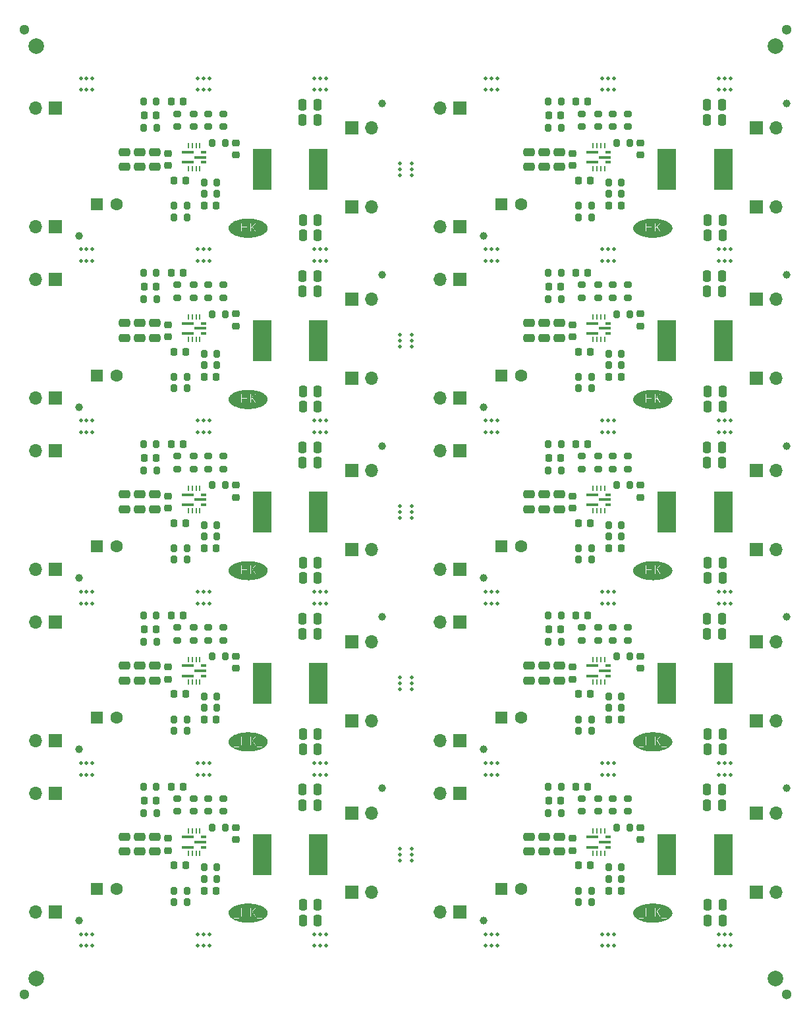
<source format=gts>
G04 #@! TF.GenerationSoftware,KiCad,Pcbnew,8.0.5*
G04 #@! TF.CreationDate,2024-10-13T23:37:30+02:00*
G04 #@! TF.ProjectId,DCDC_converter,44434443-5f63-46f6-9e76-65727465722e,rev?*
G04 #@! TF.SameCoordinates,Original*
G04 #@! TF.FileFunction,Soldermask,Top*
G04 #@! TF.FilePolarity,Negative*
%FSLAX46Y46*%
G04 Gerber Fmt 4.6, Leading zero omitted, Abs format (unit mm)*
G04 Created by KiCad (PCBNEW 8.0.5) date 2024-10-13 23:37:30*
%MOMM*%
%LPD*%
G01*
G04 APERTURE LIST*
G04 Aperture macros list*
%AMRoundRect*
0 Rectangle with rounded corners*
0 $1 Rounding radius*
0 $2 $3 $4 $5 $6 $7 $8 $9 X,Y pos of 4 corners*
0 Add a 4 corners polygon primitive as box body*
4,1,4,$2,$3,$4,$5,$6,$7,$8,$9,$2,$3,0*
0 Add four circle primitives for the rounded corners*
1,1,$1+$1,$2,$3*
1,1,$1+$1,$4,$5*
1,1,$1+$1,$6,$7*
1,1,$1+$1,$8,$9*
0 Add four rect primitives between the rounded corners*
20,1,$1+$1,$2,$3,$4,$5,0*
20,1,$1+$1,$4,$5,$6,$7,0*
20,1,$1+$1,$6,$7,$8,$9,0*
20,1,$1+$1,$8,$9,$2,$3,0*%
G04 Aperture macros list end*
%ADD10C,0.049999*%
%ADD11C,0.500000*%
%ADD12RoundRect,0.200000X-0.200000X-0.275000X0.200000X-0.275000X0.200000X0.275000X-0.200000X0.275000X0*%
%ADD13RoundRect,0.250000X0.250000X0.475000X-0.250000X0.475000X-0.250000X-0.475000X0.250000X-0.475000X0*%
%ADD14RoundRect,0.250000X-0.475000X0.250000X-0.475000X-0.250000X0.475000X-0.250000X0.475000X0.250000X0*%
%ADD15RoundRect,0.200000X-0.275000X0.200000X-0.275000X-0.200000X0.275000X-0.200000X0.275000X0.200000X0*%
%ADD16R,2.413000X5.334000*%
%ADD17R,1.700000X1.700000*%
%ADD18O,1.700000X1.700000*%
%ADD19RoundRect,0.200000X0.200000X0.275000X-0.200000X0.275000X-0.200000X-0.275000X0.200000X-0.275000X0*%
%ADD20C,1.000000*%
%ADD21R,1.600000X1.600000*%
%ADD22C,1.600000*%
%ADD23RoundRect,0.200000X0.275000X-0.200000X0.275000X0.200000X-0.275000X0.200000X-0.275000X-0.200000X0*%
%ADD24RoundRect,0.225000X0.250000X-0.225000X0.250000X0.225000X-0.250000X0.225000X-0.250000X-0.225000X0*%
%ADD25RoundRect,0.218750X-0.218750X-0.256250X0.218750X-0.256250X0.218750X0.256250X-0.218750X0.256250X0*%
%ADD26C,2.000000*%
%ADD27RoundRect,0.225000X-0.250000X0.225000X-0.250000X-0.225000X0.250000X-0.225000X0.250000X0.225000X0*%
%ADD28RoundRect,0.225000X0.225000X0.250000X-0.225000X0.250000X-0.225000X-0.250000X0.225000X-0.250000X0*%
%ADD29R,1.500000X0.300000*%
%ADD30R,0.250000X0.700000*%
%ADD31R,0.700000X0.300000*%
%ADD32C,1.300000*%
G04 APERTURE END LIST*
D10*
X132835892Y-110310750D02*
X132957811Y-110315070D01*
X133078695Y-110322233D01*
X133198341Y-110332201D01*
X133316548Y-110344931D01*
X133433110Y-110360385D01*
X133547827Y-110378523D01*
X133660493Y-110399303D01*
X133770908Y-110422686D01*
X133878866Y-110448632D01*
X133984167Y-110477100D01*
X134086606Y-110508050D01*
X134185980Y-110541442D01*
X134282087Y-110577236D01*
X134374723Y-110615392D01*
X134463687Y-110655869D01*
X134548347Y-110698404D01*
X134628155Y-110742698D01*
X134703027Y-110788653D01*
X134772877Y-110836174D01*
X134837623Y-110885162D01*
X134897180Y-110935522D01*
X134951464Y-110987157D01*
X135000391Y-111039969D01*
X135043877Y-111093863D01*
X135063553Y-111121186D01*
X135081837Y-111148742D01*
X135098719Y-111176521D01*
X135114188Y-111204509D01*
X135128234Y-111232695D01*
X135140846Y-111261067D01*
X135152014Y-111289613D01*
X135161726Y-111318320D01*
X135169974Y-111347176D01*
X135176745Y-111376170D01*
X135182030Y-111405290D01*
X135185818Y-111434522D01*
X135188098Y-111463856D01*
X135188861Y-111493278D01*
X135188095Y-111522671D01*
X135185813Y-111551977D01*
X135182024Y-111581183D01*
X135176738Y-111610277D01*
X135169966Y-111639248D01*
X135161719Y-111668082D01*
X135140841Y-111725294D01*
X135114187Y-111781817D01*
X135081841Y-111837553D01*
X135043889Y-111892405D01*
X135000413Y-111946276D01*
X134951497Y-111999070D01*
X134897226Y-112050689D01*
X134837684Y-112101036D01*
X134772955Y-112150014D01*
X134703123Y-112197526D01*
X134628271Y-112243475D01*
X134548484Y-112287763D01*
X134463847Y-112330295D01*
X134374908Y-112370769D01*
X134282295Y-112408923D01*
X134186213Y-112444715D01*
X134086862Y-112478107D01*
X133984447Y-112509059D01*
X133879170Y-112537528D01*
X133771234Y-112563477D01*
X133660840Y-112586864D01*
X133548193Y-112607649D01*
X133433495Y-112625793D01*
X133316948Y-112641254D01*
X133198756Y-112653993D01*
X133079121Y-112663969D01*
X132958245Y-112671143D01*
X132836332Y-112675474D01*
X132713584Y-112676921D01*
X132586233Y-112675378D01*
X132460554Y-112670804D01*
X132336703Y-112663273D01*
X132214834Y-112652861D01*
X132095104Y-112639641D01*
X131977668Y-112623689D01*
X131862682Y-112605077D01*
X131750300Y-112583881D01*
X131640679Y-112560176D01*
X131533974Y-112534035D01*
X131430340Y-112505532D01*
X131329932Y-112474743D01*
X131232908Y-112441742D01*
X131139421Y-112406602D01*
X131049627Y-112369399D01*
X130963682Y-112330207D01*
X130881741Y-112289099D01*
X130803960Y-112246151D01*
X130730494Y-112201437D01*
X130724263Y-112197246D01*
X130661498Y-112155031D01*
X130597129Y-112107008D01*
X130581191Y-112093750D01*
X130873981Y-112093750D01*
X130873981Y-112197246D01*
X131600154Y-112197246D01*
X131600154Y-112093750D01*
X133798293Y-112093750D01*
X133798293Y-112197246D01*
X134524787Y-112197246D01*
X134524787Y-112093750D01*
X133798293Y-112093750D01*
X131600154Y-112093750D01*
X130873981Y-112093750D01*
X130581191Y-112093750D01*
X130537542Y-112057442D01*
X130482891Y-112006407D01*
X130433333Y-111953978D01*
X130428369Y-111947956D01*
X130389024Y-111900229D01*
X130350117Y-111845235D01*
X130316770Y-111789069D01*
X130289137Y-111731807D01*
X130267375Y-111673523D01*
X130251637Y-111614290D01*
X130242081Y-111554184D01*
X130238861Y-111493278D01*
X130239609Y-111463882D01*
X130241875Y-111434574D01*
X130245649Y-111405364D01*
X130250919Y-111376267D01*
X130257675Y-111347293D01*
X130265908Y-111318455D01*
X130286757Y-111261235D01*
X130313384Y-111204704D01*
X130345703Y-111148959D01*
X130383631Y-111094098D01*
X130427085Y-111040217D01*
X130475979Y-110987413D01*
X130530229Y-110935784D01*
X130589753Y-110885426D01*
X130654466Y-110836437D01*
X130718057Y-110793152D01*
X131754264Y-110793152D01*
X131754264Y-111947956D01*
X131900336Y-111947956D01*
X131900336Y-111409645D01*
X132493629Y-111409645D01*
X132493629Y-111947956D01*
X132639377Y-111947956D01*
X132639377Y-111947952D01*
X132955646Y-111947952D01*
X133101394Y-111947952D01*
X133101394Y-111500000D01*
X133219794Y-111396503D01*
X133629695Y-111947952D01*
X133801822Y-111947952D01*
X133325000Y-111296211D01*
X133783805Y-110793148D01*
X133613604Y-110793148D01*
X133300872Y-111142731D01*
X133200168Y-111252636D01*
X133175161Y-111280122D01*
X133150378Y-111307591D01*
X133101398Y-111362541D01*
X133101398Y-110793152D01*
X132955649Y-110793152D01*
X132955646Y-111947952D01*
X132639377Y-111947952D01*
X132639377Y-110793152D01*
X132493629Y-110793152D01*
X132493629Y-111281795D01*
X131900336Y-111281795D01*
X131900336Y-110793152D01*
X131754264Y-110793152D01*
X130718057Y-110793152D01*
X130724283Y-110788914D01*
X130799121Y-110742953D01*
X130878896Y-110698653D01*
X130963523Y-110656109D01*
X131052454Y-110615623D01*
X131145059Y-110577457D01*
X131241136Y-110541653D01*
X131340481Y-110508249D01*
X131442891Y-110477286D01*
X131548165Y-110448805D01*
X131656098Y-110422845D01*
X131766487Y-110399447D01*
X131879131Y-110378652D01*
X131993826Y-110360498D01*
X132110368Y-110345027D01*
X132228556Y-110332278D01*
X132348186Y-110322293D01*
X132469055Y-110315110D01*
X132590960Y-110310771D01*
X132713422Y-110309318D01*
X132835892Y-110310750D01*
G36*
X132835892Y-110310750D02*
G01*
X132957811Y-110315070D01*
X133078695Y-110322233D01*
X133198341Y-110332201D01*
X133316548Y-110344931D01*
X133433110Y-110360385D01*
X133547827Y-110378523D01*
X133660493Y-110399303D01*
X133770908Y-110422686D01*
X133878866Y-110448632D01*
X133984167Y-110477100D01*
X134086606Y-110508050D01*
X134185980Y-110541442D01*
X134282087Y-110577236D01*
X134374723Y-110615392D01*
X134463687Y-110655869D01*
X134548347Y-110698404D01*
X134628155Y-110742698D01*
X134703027Y-110788653D01*
X134772877Y-110836174D01*
X134837623Y-110885162D01*
X134897180Y-110935522D01*
X134951464Y-110987157D01*
X135000391Y-111039969D01*
X135043877Y-111093863D01*
X135063553Y-111121186D01*
X135081837Y-111148742D01*
X135098719Y-111176521D01*
X135114188Y-111204509D01*
X135128234Y-111232695D01*
X135140846Y-111261067D01*
X135152014Y-111289613D01*
X135161726Y-111318320D01*
X135169974Y-111347176D01*
X135176745Y-111376170D01*
X135182030Y-111405290D01*
X135185818Y-111434522D01*
X135188098Y-111463856D01*
X135188861Y-111493278D01*
X135188095Y-111522671D01*
X135185813Y-111551977D01*
X135182024Y-111581183D01*
X135176738Y-111610277D01*
X135169966Y-111639248D01*
X135161719Y-111668082D01*
X135140841Y-111725294D01*
X135114187Y-111781817D01*
X135081841Y-111837553D01*
X135043889Y-111892405D01*
X135000413Y-111946276D01*
X134951497Y-111999070D01*
X134897226Y-112050689D01*
X134837684Y-112101036D01*
X134772955Y-112150014D01*
X134703123Y-112197526D01*
X134628271Y-112243475D01*
X134548484Y-112287763D01*
X134463847Y-112330295D01*
X134374908Y-112370769D01*
X134282295Y-112408923D01*
X134186213Y-112444715D01*
X134086862Y-112478107D01*
X133984447Y-112509059D01*
X133879170Y-112537528D01*
X133771234Y-112563477D01*
X133660840Y-112586864D01*
X133548193Y-112607649D01*
X133433495Y-112625793D01*
X133316948Y-112641254D01*
X133198756Y-112653993D01*
X133079121Y-112663969D01*
X132958245Y-112671143D01*
X132836332Y-112675474D01*
X132713584Y-112676921D01*
X132586233Y-112675378D01*
X132460554Y-112670804D01*
X132336703Y-112663273D01*
X132214834Y-112652861D01*
X132095104Y-112639641D01*
X131977668Y-112623689D01*
X131862682Y-112605077D01*
X131750300Y-112583881D01*
X131640679Y-112560176D01*
X131533974Y-112534035D01*
X131430340Y-112505532D01*
X131329932Y-112474743D01*
X131232908Y-112441742D01*
X131139421Y-112406602D01*
X131049627Y-112369399D01*
X130963682Y-112330207D01*
X130881741Y-112289099D01*
X130803960Y-112246151D01*
X130730494Y-112201437D01*
X130724263Y-112197246D01*
X130661498Y-112155031D01*
X130597129Y-112107008D01*
X130581191Y-112093750D01*
X130873981Y-112093750D01*
X130873981Y-112197246D01*
X131600154Y-112197246D01*
X131600154Y-112093750D01*
X133798293Y-112093750D01*
X133798293Y-112197246D01*
X134524787Y-112197246D01*
X134524787Y-112093750D01*
X133798293Y-112093750D01*
X131600154Y-112093750D01*
X130873981Y-112093750D01*
X130581191Y-112093750D01*
X130537542Y-112057442D01*
X130482891Y-112006407D01*
X130433333Y-111953978D01*
X130428369Y-111947956D01*
X130389024Y-111900229D01*
X130350117Y-111845235D01*
X130316770Y-111789069D01*
X130289137Y-111731807D01*
X130267375Y-111673523D01*
X130251637Y-111614290D01*
X130242081Y-111554184D01*
X130238861Y-111493278D01*
X130239609Y-111463882D01*
X130241875Y-111434574D01*
X130245649Y-111405364D01*
X130250919Y-111376267D01*
X130257675Y-111347293D01*
X130265908Y-111318455D01*
X130286757Y-111261235D01*
X130313384Y-111204704D01*
X130345703Y-111148959D01*
X130383631Y-111094098D01*
X130427085Y-111040217D01*
X130475979Y-110987413D01*
X130530229Y-110935784D01*
X130589753Y-110885426D01*
X130654466Y-110836437D01*
X130718057Y-110793152D01*
X131754264Y-110793152D01*
X131754264Y-111947956D01*
X131900336Y-111947956D01*
X131900336Y-111409645D01*
X132493629Y-111409645D01*
X132493629Y-111947956D01*
X132639377Y-111947956D01*
X132639377Y-111947952D01*
X132955646Y-111947952D01*
X133101394Y-111947952D01*
X133101394Y-111500000D01*
X133219794Y-111396503D01*
X133629695Y-111947952D01*
X133801822Y-111947952D01*
X133325000Y-111296211D01*
X133783805Y-110793148D01*
X133613604Y-110793148D01*
X133300872Y-111142731D01*
X133200168Y-111252636D01*
X133175161Y-111280122D01*
X133150378Y-111307591D01*
X133101398Y-111362541D01*
X133101398Y-110793152D01*
X132955649Y-110793152D01*
X132955646Y-111947952D01*
X132639377Y-111947952D01*
X132639377Y-110793152D01*
X132493629Y-110793152D01*
X132493629Y-111281795D01*
X131900336Y-111281795D01*
X131900336Y-110793152D01*
X131754264Y-110793152D01*
X130718057Y-110793152D01*
X130724283Y-110788914D01*
X130799121Y-110742953D01*
X130878896Y-110698653D01*
X130963523Y-110656109D01*
X131052454Y-110615623D01*
X131145059Y-110577457D01*
X131241136Y-110541653D01*
X131340481Y-110508249D01*
X131442891Y-110477286D01*
X131548165Y-110448805D01*
X131656098Y-110422845D01*
X131766487Y-110399447D01*
X131879131Y-110378652D01*
X131993826Y-110360498D01*
X132110368Y-110345027D01*
X132228556Y-110332278D01*
X132348186Y-110322293D01*
X132469055Y-110315110D01*
X132590960Y-110310771D01*
X132713422Y-110309318D01*
X132835892Y-110310750D01*
G37*
X80713422Y-110309318D02*
X80713142Y-110309315D01*
X80713698Y-110309315D01*
X80713422Y-110309318D01*
G36*
X80713422Y-110309318D02*
G01*
X80713142Y-110309315D01*
X80713698Y-110309315D01*
X80713422Y-110309318D01*
G37*
X132835892Y-88310750D02*
X132957811Y-88315070D01*
X133078695Y-88322233D01*
X133198341Y-88332201D01*
X133316548Y-88344931D01*
X133433110Y-88360385D01*
X133547827Y-88378523D01*
X133660493Y-88399303D01*
X133770908Y-88422686D01*
X133878866Y-88448632D01*
X133984167Y-88477100D01*
X134086606Y-88508050D01*
X134185980Y-88541442D01*
X134282087Y-88577236D01*
X134374723Y-88615392D01*
X134463687Y-88655869D01*
X134548347Y-88698404D01*
X134628155Y-88742698D01*
X134703027Y-88788653D01*
X134772877Y-88836174D01*
X134837623Y-88885162D01*
X134897180Y-88935522D01*
X134951464Y-88987157D01*
X135000391Y-89039969D01*
X135043877Y-89093863D01*
X135063553Y-89121186D01*
X135081837Y-89148742D01*
X135098719Y-89176521D01*
X135114188Y-89204509D01*
X135128234Y-89232695D01*
X135140846Y-89261067D01*
X135152014Y-89289613D01*
X135161726Y-89318320D01*
X135169974Y-89347176D01*
X135176745Y-89376170D01*
X135182030Y-89405290D01*
X135185818Y-89434522D01*
X135188098Y-89463856D01*
X135188861Y-89493278D01*
X135188095Y-89522671D01*
X135185813Y-89551977D01*
X135182024Y-89581183D01*
X135176738Y-89610277D01*
X135169966Y-89639248D01*
X135161719Y-89668082D01*
X135140841Y-89725294D01*
X135114187Y-89781817D01*
X135081841Y-89837553D01*
X135043889Y-89892405D01*
X135000413Y-89946276D01*
X134951497Y-89999070D01*
X134897226Y-90050689D01*
X134837684Y-90101036D01*
X134772955Y-90150014D01*
X134703123Y-90197526D01*
X134628271Y-90243475D01*
X134548484Y-90287763D01*
X134463847Y-90330295D01*
X134374908Y-90370769D01*
X134282295Y-90408923D01*
X134186213Y-90444715D01*
X134086862Y-90478107D01*
X133984447Y-90509059D01*
X133879170Y-90537528D01*
X133771234Y-90563477D01*
X133660840Y-90586864D01*
X133548193Y-90607649D01*
X133433495Y-90625793D01*
X133316948Y-90641254D01*
X133198756Y-90653993D01*
X133079121Y-90663969D01*
X132958245Y-90671143D01*
X132836332Y-90675474D01*
X132713584Y-90676921D01*
X132586233Y-90675378D01*
X132460554Y-90670804D01*
X132336703Y-90663273D01*
X132214834Y-90652861D01*
X132095104Y-90639641D01*
X131977668Y-90623689D01*
X131862682Y-90605077D01*
X131750300Y-90583881D01*
X131640679Y-90560176D01*
X131533974Y-90534035D01*
X131430340Y-90505532D01*
X131329932Y-90474743D01*
X131232908Y-90441742D01*
X131139421Y-90406602D01*
X131049627Y-90369399D01*
X130963682Y-90330207D01*
X130881741Y-90289099D01*
X130803960Y-90246151D01*
X130730494Y-90201437D01*
X130724263Y-90197246D01*
X130661498Y-90155031D01*
X130597129Y-90107008D01*
X130581191Y-90093750D01*
X130873981Y-90093750D01*
X130873981Y-90197246D01*
X131600154Y-90197246D01*
X131600154Y-90093750D01*
X133798293Y-90093750D01*
X133798293Y-90197246D01*
X134524787Y-90197246D01*
X134524787Y-90093750D01*
X133798293Y-90093750D01*
X131600154Y-90093750D01*
X130873981Y-90093750D01*
X130581191Y-90093750D01*
X130537542Y-90057442D01*
X130482891Y-90006407D01*
X130433333Y-89953978D01*
X130428369Y-89947956D01*
X130389024Y-89900229D01*
X130350117Y-89845235D01*
X130316770Y-89789069D01*
X130289137Y-89731807D01*
X130267375Y-89673523D01*
X130251637Y-89614290D01*
X130242081Y-89554184D01*
X130238861Y-89493278D01*
X130239609Y-89463882D01*
X130241875Y-89434574D01*
X130245649Y-89405364D01*
X130250919Y-89376267D01*
X130257675Y-89347293D01*
X130265908Y-89318455D01*
X130286757Y-89261235D01*
X130313384Y-89204704D01*
X130345703Y-89148959D01*
X130383631Y-89094098D01*
X130427085Y-89040217D01*
X130475979Y-88987413D01*
X130530229Y-88935784D01*
X130589753Y-88885426D01*
X130654466Y-88836437D01*
X130718057Y-88793152D01*
X131754264Y-88793152D01*
X131754264Y-89947956D01*
X131900336Y-89947956D01*
X131900336Y-89409645D01*
X132493629Y-89409645D01*
X132493629Y-89947956D01*
X132639377Y-89947956D01*
X132639377Y-89947952D01*
X132955646Y-89947952D01*
X133101394Y-89947952D01*
X133101394Y-89500000D01*
X133219794Y-89396503D01*
X133629695Y-89947952D01*
X133801822Y-89947952D01*
X133325000Y-89296211D01*
X133783805Y-88793148D01*
X133613604Y-88793148D01*
X133300872Y-89142731D01*
X133200168Y-89252636D01*
X133175161Y-89280122D01*
X133150378Y-89307591D01*
X133101398Y-89362541D01*
X133101398Y-88793152D01*
X132955649Y-88793152D01*
X132955646Y-89947952D01*
X132639377Y-89947952D01*
X132639377Y-88793152D01*
X132493629Y-88793152D01*
X132493629Y-89281795D01*
X131900336Y-89281795D01*
X131900336Y-88793152D01*
X131754264Y-88793152D01*
X130718057Y-88793152D01*
X130724283Y-88788914D01*
X130799121Y-88742953D01*
X130878896Y-88698653D01*
X130963523Y-88656109D01*
X131052454Y-88615623D01*
X131145059Y-88577457D01*
X131241136Y-88541653D01*
X131340481Y-88508249D01*
X131442891Y-88477286D01*
X131548165Y-88448805D01*
X131656098Y-88422845D01*
X131766487Y-88399447D01*
X131879131Y-88378652D01*
X131993826Y-88360498D01*
X132110368Y-88345027D01*
X132228556Y-88332278D01*
X132348186Y-88322293D01*
X132469055Y-88315110D01*
X132590960Y-88310771D01*
X132713422Y-88309318D01*
X132835892Y-88310750D01*
G36*
X132835892Y-88310750D02*
G01*
X132957811Y-88315070D01*
X133078695Y-88322233D01*
X133198341Y-88332201D01*
X133316548Y-88344931D01*
X133433110Y-88360385D01*
X133547827Y-88378523D01*
X133660493Y-88399303D01*
X133770908Y-88422686D01*
X133878866Y-88448632D01*
X133984167Y-88477100D01*
X134086606Y-88508050D01*
X134185980Y-88541442D01*
X134282087Y-88577236D01*
X134374723Y-88615392D01*
X134463687Y-88655869D01*
X134548347Y-88698404D01*
X134628155Y-88742698D01*
X134703027Y-88788653D01*
X134772877Y-88836174D01*
X134837623Y-88885162D01*
X134897180Y-88935522D01*
X134951464Y-88987157D01*
X135000391Y-89039969D01*
X135043877Y-89093863D01*
X135063553Y-89121186D01*
X135081837Y-89148742D01*
X135098719Y-89176521D01*
X135114188Y-89204509D01*
X135128234Y-89232695D01*
X135140846Y-89261067D01*
X135152014Y-89289613D01*
X135161726Y-89318320D01*
X135169974Y-89347176D01*
X135176745Y-89376170D01*
X135182030Y-89405290D01*
X135185818Y-89434522D01*
X135188098Y-89463856D01*
X135188861Y-89493278D01*
X135188095Y-89522671D01*
X135185813Y-89551977D01*
X135182024Y-89581183D01*
X135176738Y-89610277D01*
X135169966Y-89639248D01*
X135161719Y-89668082D01*
X135140841Y-89725294D01*
X135114187Y-89781817D01*
X135081841Y-89837553D01*
X135043889Y-89892405D01*
X135000413Y-89946276D01*
X134951497Y-89999070D01*
X134897226Y-90050689D01*
X134837684Y-90101036D01*
X134772955Y-90150014D01*
X134703123Y-90197526D01*
X134628271Y-90243475D01*
X134548484Y-90287763D01*
X134463847Y-90330295D01*
X134374908Y-90370769D01*
X134282295Y-90408923D01*
X134186213Y-90444715D01*
X134086862Y-90478107D01*
X133984447Y-90509059D01*
X133879170Y-90537528D01*
X133771234Y-90563477D01*
X133660840Y-90586864D01*
X133548193Y-90607649D01*
X133433495Y-90625793D01*
X133316948Y-90641254D01*
X133198756Y-90653993D01*
X133079121Y-90663969D01*
X132958245Y-90671143D01*
X132836332Y-90675474D01*
X132713584Y-90676921D01*
X132586233Y-90675378D01*
X132460554Y-90670804D01*
X132336703Y-90663273D01*
X132214834Y-90652861D01*
X132095104Y-90639641D01*
X131977668Y-90623689D01*
X131862682Y-90605077D01*
X131750300Y-90583881D01*
X131640679Y-90560176D01*
X131533974Y-90534035D01*
X131430340Y-90505532D01*
X131329932Y-90474743D01*
X131232908Y-90441742D01*
X131139421Y-90406602D01*
X131049627Y-90369399D01*
X130963682Y-90330207D01*
X130881741Y-90289099D01*
X130803960Y-90246151D01*
X130730494Y-90201437D01*
X130724263Y-90197246D01*
X130661498Y-90155031D01*
X130597129Y-90107008D01*
X130581191Y-90093750D01*
X130873981Y-90093750D01*
X130873981Y-90197246D01*
X131600154Y-90197246D01*
X131600154Y-90093750D01*
X133798293Y-90093750D01*
X133798293Y-90197246D01*
X134524787Y-90197246D01*
X134524787Y-90093750D01*
X133798293Y-90093750D01*
X131600154Y-90093750D01*
X130873981Y-90093750D01*
X130581191Y-90093750D01*
X130537542Y-90057442D01*
X130482891Y-90006407D01*
X130433333Y-89953978D01*
X130428369Y-89947956D01*
X130389024Y-89900229D01*
X130350117Y-89845235D01*
X130316770Y-89789069D01*
X130289137Y-89731807D01*
X130267375Y-89673523D01*
X130251637Y-89614290D01*
X130242081Y-89554184D01*
X130238861Y-89493278D01*
X130239609Y-89463882D01*
X130241875Y-89434574D01*
X130245649Y-89405364D01*
X130250919Y-89376267D01*
X130257675Y-89347293D01*
X130265908Y-89318455D01*
X130286757Y-89261235D01*
X130313384Y-89204704D01*
X130345703Y-89148959D01*
X130383631Y-89094098D01*
X130427085Y-89040217D01*
X130475979Y-88987413D01*
X130530229Y-88935784D01*
X130589753Y-88885426D01*
X130654466Y-88836437D01*
X130718057Y-88793152D01*
X131754264Y-88793152D01*
X131754264Y-89947956D01*
X131900336Y-89947956D01*
X131900336Y-89409645D01*
X132493629Y-89409645D01*
X132493629Y-89947956D01*
X132639377Y-89947956D01*
X132639377Y-89947952D01*
X132955646Y-89947952D01*
X133101394Y-89947952D01*
X133101394Y-89500000D01*
X133219794Y-89396503D01*
X133629695Y-89947952D01*
X133801822Y-89947952D01*
X133325000Y-89296211D01*
X133783805Y-88793148D01*
X133613604Y-88793148D01*
X133300872Y-89142731D01*
X133200168Y-89252636D01*
X133175161Y-89280122D01*
X133150378Y-89307591D01*
X133101398Y-89362541D01*
X133101398Y-88793152D01*
X132955649Y-88793152D01*
X132955646Y-89947952D01*
X132639377Y-89947952D01*
X132639377Y-88793152D01*
X132493629Y-88793152D01*
X132493629Y-89281795D01*
X131900336Y-89281795D01*
X131900336Y-88793152D01*
X131754264Y-88793152D01*
X130718057Y-88793152D01*
X130724283Y-88788914D01*
X130799121Y-88742953D01*
X130878896Y-88698653D01*
X130963523Y-88656109D01*
X131052454Y-88615623D01*
X131145059Y-88577457D01*
X131241136Y-88541653D01*
X131340481Y-88508249D01*
X131442891Y-88477286D01*
X131548165Y-88448805D01*
X131656098Y-88422845D01*
X131766487Y-88399447D01*
X131879131Y-88378652D01*
X131993826Y-88360498D01*
X132110368Y-88345027D01*
X132228556Y-88332278D01*
X132348186Y-88322293D01*
X132469055Y-88315110D01*
X132590960Y-88310771D01*
X132713422Y-88309318D01*
X132835892Y-88310750D01*
G37*
X80713422Y-88309318D02*
X80713142Y-88309315D01*
X80713698Y-88309315D01*
X80713422Y-88309318D01*
G36*
X80713422Y-88309318D02*
G01*
X80713142Y-88309315D01*
X80713698Y-88309315D01*
X80713422Y-88309318D01*
G37*
X80835892Y-110310750D02*
X80957811Y-110315070D01*
X81078695Y-110322233D01*
X81198341Y-110332201D01*
X81316548Y-110344931D01*
X81433110Y-110360385D01*
X81547827Y-110378523D01*
X81660493Y-110399303D01*
X81770908Y-110422686D01*
X81878866Y-110448632D01*
X81984167Y-110477100D01*
X82086606Y-110508050D01*
X82185980Y-110541442D01*
X82282087Y-110577236D01*
X82374723Y-110615392D01*
X82463687Y-110655869D01*
X82548347Y-110698404D01*
X82628155Y-110742698D01*
X82703027Y-110788653D01*
X82772877Y-110836174D01*
X82837623Y-110885162D01*
X82897180Y-110935522D01*
X82951464Y-110987157D01*
X83000391Y-111039969D01*
X83043877Y-111093863D01*
X83063553Y-111121186D01*
X83081837Y-111148742D01*
X83098719Y-111176521D01*
X83114188Y-111204509D01*
X83128234Y-111232695D01*
X83140846Y-111261067D01*
X83152014Y-111289613D01*
X83161726Y-111318320D01*
X83169974Y-111347176D01*
X83176745Y-111376170D01*
X83182030Y-111405290D01*
X83185818Y-111434522D01*
X83188098Y-111463856D01*
X83188861Y-111493278D01*
X83188095Y-111522671D01*
X83185813Y-111551977D01*
X83182024Y-111581183D01*
X83176738Y-111610277D01*
X83169966Y-111639248D01*
X83161719Y-111668082D01*
X83140841Y-111725294D01*
X83114187Y-111781817D01*
X83081841Y-111837553D01*
X83043889Y-111892405D01*
X83000413Y-111946276D01*
X82951497Y-111999070D01*
X82897226Y-112050689D01*
X82837684Y-112101036D01*
X82772955Y-112150014D01*
X82703123Y-112197526D01*
X82628271Y-112243475D01*
X82548484Y-112287763D01*
X82463847Y-112330295D01*
X82374908Y-112370769D01*
X82282295Y-112408923D01*
X82186213Y-112444715D01*
X82086862Y-112478107D01*
X81984447Y-112509059D01*
X81879170Y-112537528D01*
X81771234Y-112563477D01*
X81660840Y-112586864D01*
X81548193Y-112607649D01*
X81433495Y-112625793D01*
X81316948Y-112641254D01*
X81198756Y-112653993D01*
X81079121Y-112663969D01*
X80958245Y-112671143D01*
X80836332Y-112675474D01*
X80713584Y-112676921D01*
X80586233Y-112675378D01*
X80460554Y-112670804D01*
X80336703Y-112663273D01*
X80214834Y-112652861D01*
X80095104Y-112639641D01*
X79977668Y-112623689D01*
X79862682Y-112605077D01*
X79750300Y-112583881D01*
X79640679Y-112560176D01*
X79533974Y-112534035D01*
X79430340Y-112505532D01*
X79329932Y-112474743D01*
X79232908Y-112441742D01*
X79139421Y-112406602D01*
X79049627Y-112369399D01*
X78963682Y-112330207D01*
X78881741Y-112289099D01*
X78803960Y-112246151D01*
X78730494Y-112201437D01*
X78724263Y-112197246D01*
X78661498Y-112155031D01*
X78597129Y-112107008D01*
X78581191Y-112093750D01*
X78873981Y-112093750D01*
X78873981Y-112197246D01*
X79600154Y-112197246D01*
X79600154Y-112093750D01*
X81798293Y-112093750D01*
X81798293Y-112197246D01*
X82524787Y-112197246D01*
X82524787Y-112093750D01*
X81798293Y-112093750D01*
X79600154Y-112093750D01*
X78873981Y-112093750D01*
X78581191Y-112093750D01*
X78537542Y-112057442D01*
X78482891Y-112006407D01*
X78433333Y-111953978D01*
X78428369Y-111947956D01*
X78389024Y-111900229D01*
X78350117Y-111845235D01*
X78316770Y-111789069D01*
X78289137Y-111731807D01*
X78267375Y-111673523D01*
X78251637Y-111614290D01*
X78242081Y-111554184D01*
X78238861Y-111493278D01*
X78239609Y-111463882D01*
X78241875Y-111434574D01*
X78245649Y-111405364D01*
X78250919Y-111376267D01*
X78257675Y-111347293D01*
X78265908Y-111318455D01*
X78286757Y-111261235D01*
X78313384Y-111204704D01*
X78345703Y-111148959D01*
X78383631Y-111094098D01*
X78427085Y-111040217D01*
X78475979Y-110987413D01*
X78530229Y-110935784D01*
X78589753Y-110885426D01*
X78654466Y-110836437D01*
X78718057Y-110793152D01*
X79754264Y-110793152D01*
X79754264Y-111947956D01*
X79900336Y-111947956D01*
X79900336Y-111409645D01*
X80493629Y-111409645D01*
X80493629Y-111947956D01*
X80639377Y-111947956D01*
X80639377Y-111947952D01*
X80955646Y-111947952D01*
X81101394Y-111947952D01*
X81101394Y-111500000D01*
X81219794Y-111396503D01*
X81629695Y-111947952D01*
X81801822Y-111947952D01*
X81325000Y-111296211D01*
X81783805Y-110793148D01*
X81613604Y-110793148D01*
X81300872Y-111142731D01*
X81200168Y-111252636D01*
X81175161Y-111280122D01*
X81150378Y-111307591D01*
X81101398Y-111362541D01*
X81101398Y-110793152D01*
X80955649Y-110793152D01*
X80955646Y-111947952D01*
X80639377Y-111947952D01*
X80639377Y-110793152D01*
X80493629Y-110793152D01*
X80493629Y-111281795D01*
X79900336Y-111281795D01*
X79900336Y-110793152D01*
X79754264Y-110793152D01*
X78718057Y-110793152D01*
X78724283Y-110788914D01*
X78799121Y-110742953D01*
X78878896Y-110698653D01*
X78963523Y-110656109D01*
X79052454Y-110615623D01*
X79145059Y-110577457D01*
X79241136Y-110541653D01*
X79340481Y-110508249D01*
X79442891Y-110477286D01*
X79548165Y-110448805D01*
X79656098Y-110422845D01*
X79766487Y-110399447D01*
X79879131Y-110378652D01*
X79993826Y-110360498D01*
X80110368Y-110345027D01*
X80228556Y-110332278D01*
X80348186Y-110322293D01*
X80469055Y-110315110D01*
X80590960Y-110310771D01*
X80713422Y-110309318D01*
X80835892Y-110310750D01*
G36*
X80835892Y-110310750D02*
G01*
X80957811Y-110315070D01*
X81078695Y-110322233D01*
X81198341Y-110332201D01*
X81316548Y-110344931D01*
X81433110Y-110360385D01*
X81547827Y-110378523D01*
X81660493Y-110399303D01*
X81770908Y-110422686D01*
X81878866Y-110448632D01*
X81984167Y-110477100D01*
X82086606Y-110508050D01*
X82185980Y-110541442D01*
X82282087Y-110577236D01*
X82374723Y-110615392D01*
X82463687Y-110655869D01*
X82548347Y-110698404D01*
X82628155Y-110742698D01*
X82703027Y-110788653D01*
X82772877Y-110836174D01*
X82837623Y-110885162D01*
X82897180Y-110935522D01*
X82951464Y-110987157D01*
X83000391Y-111039969D01*
X83043877Y-111093863D01*
X83063553Y-111121186D01*
X83081837Y-111148742D01*
X83098719Y-111176521D01*
X83114188Y-111204509D01*
X83128234Y-111232695D01*
X83140846Y-111261067D01*
X83152014Y-111289613D01*
X83161726Y-111318320D01*
X83169974Y-111347176D01*
X83176745Y-111376170D01*
X83182030Y-111405290D01*
X83185818Y-111434522D01*
X83188098Y-111463856D01*
X83188861Y-111493278D01*
X83188095Y-111522671D01*
X83185813Y-111551977D01*
X83182024Y-111581183D01*
X83176738Y-111610277D01*
X83169966Y-111639248D01*
X83161719Y-111668082D01*
X83140841Y-111725294D01*
X83114187Y-111781817D01*
X83081841Y-111837553D01*
X83043889Y-111892405D01*
X83000413Y-111946276D01*
X82951497Y-111999070D01*
X82897226Y-112050689D01*
X82837684Y-112101036D01*
X82772955Y-112150014D01*
X82703123Y-112197526D01*
X82628271Y-112243475D01*
X82548484Y-112287763D01*
X82463847Y-112330295D01*
X82374908Y-112370769D01*
X82282295Y-112408923D01*
X82186213Y-112444715D01*
X82086862Y-112478107D01*
X81984447Y-112509059D01*
X81879170Y-112537528D01*
X81771234Y-112563477D01*
X81660840Y-112586864D01*
X81548193Y-112607649D01*
X81433495Y-112625793D01*
X81316948Y-112641254D01*
X81198756Y-112653993D01*
X81079121Y-112663969D01*
X80958245Y-112671143D01*
X80836332Y-112675474D01*
X80713584Y-112676921D01*
X80586233Y-112675378D01*
X80460554Y-112670804D01*
X80336703Y-112663273D01*
X80214834Y-112652861D01*
X80095104Y-112639641D01*
X79977668Y-112623689D01*
X79862682Y-112605077D01*
X79750300Y-112583881D01*
X79640679Y-112560176D01*
X79533974Y-112534035D01*
X79430340Y-112505532D01*
X79329932Y-112474743D01*
X79232908Y-112441742D01*
X79139421Y-112406602D01*
X79049627Y-112369399D01*
X78963682Y-112330207D01*
X78881741Y-112289099D01*
X78803960Y-112246151D01*
X78730494Y-112201437D01*
X78724263Y-112197246D01*
X78661498Y-112155031D01*
X78597129Y-112107008D01*
X78581191Y-112093750D01*
X78873981Y-112093750D01*
X78873981Y-112197246D01*
X79600154Y-112197246D01*
X79600154Y-112093750D01*
X81798293Y-112093750D01*
X81798293Y-112197246D01*
X82524787Y-112197246D01*
X82524787Y-112093750D01*
X81798293Y-112093750D01*
X79600154Y-112093750D01*
X78873981Y-112093750D01*
X78581191Y-112093750D01*
X78537542Y-112057442D01*
X78482891Y-112006407D01*
X78433333Y-111953978D01*
X78428369Y-111947956D01*
X78389024Y-111900229D01*
X78350117Y-111845235D01*
X78316770Y-111789069D01*
X78289137Y-111731807D01*
X78267375Y-111673523D01*
X78251637Y-111614290D01*
X78242081Y-111554184D01*
X78238861Y-111493278D01*
X78239609Y-111463882D01*
X78241875Y-111434574D01*
X78245649Y-111405364D01*
X78250919Y-111376267D01*
X78257675Y-111347293D01*
X78265908Y-111318455D01*
X78286757Y-111261235D01*
X78313384Y-111204704D01*
X78345703Y-111148959D01*
X78383631Y-111094098D01*
X78427085Y-111040217D01*
X78475979Y-110987413D01*
X78530229Y-110935784D01*
X78589753Y-110885426D01*
X78654466Y-110836437D01*
X78718057Y-110793152D01*
X79754264Y-110793152D01*
X79754264Y-111947956D01*
X79900336Y-111947956D01*
X79900336Y-111409645D01*
X80493629Y-111409645D01*
X80493629Y-111947956D01*
X80639377Y-111947956D01*
X80639377Y-111947952D01*
X80955646Y-111947952D01*
X81101394Y-111947952D01*
X81101394Y-111500000D01*
X81219794Y-111396503D01*
X81629695Y-111947952D01*
X81801822Y-111947952D01*
X81325000Y-111296211D01*
X81783805Y-110793148D01*
X81613604Y-110793148D01*
X81300872Y-111142731D01*
X81200168Y-111252636D01*
X81175161Y-111280122D01*
X81150378Y-111307591D01*
X81101398Y-111362541D01*
X81101398Y-110793152D01*
X80955649Y-110793152D01*
X80955646Y-111947952D01*
X80639377Y-111947952D01*
X80639377Y-110793152D01*
X80493629Y-110793152D01*
X80493629Y-111281795D01*
X79900336Y-111281795D01*
X79900336Y-110793152D01*
X79754264Y-110793152D01*
X78718057Y-110793152D01*
X78724283Y-110788914D01*
X78799121Y-110742953D01*
X78878896Y-110698653D01*
X78963523Y-110656109D01*
X79052454Y-110615623D01*
X79145059Y-110577457D01*
X79241136Y-110541653D01*
X79340481Y-110508249D01*
X79442891Y-110477286D01*
X79548165Y-110448805D01*
X79656098Y-110422845D01*
X79766487Y-110399447D01*
X79879131Y-110378652D01*
X79993826Y-110360498D01*
X80110368Y-110345027D01*
X80228556Y-110332278D01*
X80348186Y-110322293D01*
X80469055Y-110315110D01*
X80590960Y-110310771D01*
X80713422Y-110309318D01*
X80835892Y-110310750D01*
G37*
X80835892Y-66310750D02*
X80957811Y-66315070D01*
X81078695Y-66322233D01*
X81198341Y-66332201D01*
X81316548Y-66344931D01*
X81433110Y-66360385D01*
X81547827Y-66378523D01*
X81660493Y-66399303D01*
X81770908Y-66422686D01*
X81878866Y-66448632D01*
X81984167Y-66477100D01*
X82086606Y-66508050D01*
X82185980Y-66541442D01*
X82282087Y-66577236D01*
X82374723Y-66615392D01*
X82463687Y-66655869D01*
X82548347Y-66698404D01*
X82628155Y-66742698D01*
X82703027Y-66788653D01*
X82772877Y-66836174D01*
X82837623Y-66885162D01*
X82897180Y-66935522D01*
X82951464Y-66987157D01*
X83000391Y-67039969D01*
X83043877Y-67093863D01*
X83063553Y-67121186D01*
X83081837Y-67148742D01*
X83098719Y-67176521D01*
X83114188Y-67204509D01*
X83128234Y-67232695D01*
X83140846Y-67261067D01*
X83152014Y-67289613D01*
X83161726Y-67318320D01*
X83169974Y-67347176D01*
X83176745Y-67376170D01*
X83182030Y-67405290D01*
X83185818Y-67434522D01*
X83188098Y-67463856D01*
X83188861Y-67493278D01*
X83188095Y-67522671D01*
X83185813Y-67551977D01*
X83182024Y-67581183D01*
X83176738Y-67610277D01*
X83169966Y-67639248D01*
X83161719Y-67668082D01*
X83140841Y-67725294D01*
X83114187Y-67781817D01*
X83081841Y-67837553D01*
X83043889Y-67892405D01*
X83000413Y-67946276D01*
X82951497Y-67999070D01*
X82897226Y-68050689D01*
X82837684Y-68101036D01*
X82772955Y-68150014D01*
X82703123Y-68197526D01*
X82628271Y-68243475D01*
X82548484Y-68287763D01*
X82463847Y-68330295D01*
X82374908Y-68370769D01*
X82282295Y-68408923D01*
X82186213Y-68444715D01*
X82086862Y-68478107D01*
X81984447Y-68509059D01*
X81879170Y-68537528D01*
X81771234Y-68563477D01*
X81660840Y-68586864D01*
X81548193Y-68607649D01*
X81433495Y-68625793D01*
X81316948Y-68641254D01*
X81198756Y-68653993D01*
X81079121Y-68663969D01*
X80958245Y-68671143D01*
X80836332Y-68675474D01*
X80713584Y-68676921D01*
X80586233Y-68675378D01*
X80460554Y-68670804D01*
X80336703Y-68663273D01*
X80214834Y-68652861D01*
X80095104Y-68639641D01*
X79977668Y-68623689D01*
X79862682Y-68605077D01*
X79750300Y-68583881D01*
X79640679Y-68560176D01*
X79533974Y-68534035D01*
X79430340Y-68505532D01*
X79329932Y-68474743D01*
X79232908Y-68441742D01*
X79139421Y-68406602D01*
X79049627Y-68369399D01*
X78963682Y-68330207D01*
X78881741Y-68289099D01*
X78803960Y-68246151D01*
X78730494Y-68201437D01*
X78724263Y-68197246D01*
X78661498Y-68155031D01*
X78597129Y-68107008D01*
X78581191Y-68093750D01*
X78873981Y-68093750D01*
X78873981Y-68197246D01*
X79600154Y-68197246D01*
X79600154Y-68093750D01*
X81798293Y-68093750D01*
X81798293Y-68197246D01*
X82524787Y-68197246D01*
X82524787Y-68093750D01*
X81798293Y-68093750D01*
X79600154Y-68093750D01*
X78873981Y-68093750D01*
X78581191Y-68093750D01*
X78537542Y-68057442D01*
X78482891Y-68006407D01*
X78433333Y-67953978D01*
X78428369Y-67947956D01*
X78389024Y-67900229D01*
X78350117Y-67845235D01*
X78316770Y-67789069D01*
X78289137Y-67731807D01*
X78267375Y-67673523D01*
X78251637Y-67614290D01*
X78242081Y-67554184D01*
X78238861Y-67493278D01*
X78239609Y-67463882D01*
X78241875Y-67434574D01*
X78245649Y-67405364D01*
X78250919Y-67376267D01*
X78257675Y-67347293D01*
X78265908Y-67318455D01*
X78286757Y-67261235D01*
X78313384Y-67204704D01*
X78345703Y-67148959D01*
X78383631Y-67094098D01*
X78427085Y-67040217D01*
X78475979Y-66987413D01*
X78530229Y-66935784D01*
X78589753Y-66885426D01*
X78654466Y-66836437D01*
X78718057Y-66793152D01*
X79754264Y-66793152D01*
X79754264Y-67947956D01*
X79900336Y-67947956D01*
X79900336Y-67409645D01*
X80493629Y-67409645D01*
X80493629Y-67947956D01*
X80639377Y-67947956D01*
X80639377Y-67947952D01*
X80955646Y-67947952D01*
X81101394Y-67947952D01*
X81101394Y-67500000D01*
X81219794Y-67396503D01*
X81629695Y-67947952D01*
X81801822Y-67947952D01*
X81325000Y-67296211D01*
X81783805Y-66793148D01*
X81613604Y-66793148D01*
X81300872Y-67142731D01*
X81200168Y-67252636D01*
X81175161Y-67280122D01*
X81150378Y-67307591D01*
X81101398Y-67362541D01*
X81101398Y-66793152D01*
X80955649Y-66793152D01*
X80955646Y-67947952D01*
X80639377Y-67947952D01*
X80639377Y-66793152D01*
X80493629Y-66793152D01*
X80493629Y-67281795D01*
X79900336Y-67281795D01*
X79900336Y-66793152D01*
X79754264Y-66793152D01*
X78718057Y-66793152D01*
X78724283Y-66788914D01*
X78799121Y-66742953D01*
X78878896Y-66698653D01*
X78963523Y-66656109D01*
X79052454Y-66615623D01*
X79145059Y-66577457D01*
X79241136Y-66541653D01*
X79340481Y-66508249D01*
X79442891Y-66477286D01*
X79548165Y-66448805D01*
X79656098Y-66422845D01*
X79766487Y-66399447D01*
X79879131Y-66378652D01*
X79993826Y-66360498D01*
X80110368Y-66345027D01*
X80228556Y-66332278D01*
X80348186Y-66322293D01*
X80469055Y-66315110D01*
X80590960Y-66310771D01*
X80713422Y-66309318D01*
X80835892Y-66310750D01*
G36*
X80835892Y-66310750D02*
G01*
X80957811Y-66315070D01*
X81078695Y-66322233D01*
X81198341Y-66332201D01*
X81316548Y-66344931D01*
X81433110Y-66360385D01*
X81547827Y-66378523D01*
X81660493Y-66399303D01*
X81770908Y-66422686D01*
X81878866Y-66448632D01*
X81984167Y-66477100D01*
X82086606Y-66508050D01*
X82185980Y-66541442D01*
X82282087Y-66577236D01*
X82374723Y-66615392D01*
X82463687Y-66655869D01*
X82548347Y-66698404D01*
X82628155Y-66742698D01*
X82703027Y-66788653D01*
X82772877Y-66836174D01*
X82837623Y-66885162D01*
X82897180Y-66935522D01*
X82951464Y-66987157D01*
X83000391Y-67039969D01*
X83043877Y-67093863D01*
X83063553Y-67121186D01*
X83081837Y-67148742D01*
X83098719Y-67176521D01*
X83114188Y-67204509D01*
X83128234Y-67232695D01*
X83140846Y-67261067D01*
X83152014Y-67289613D01*
X83161726Y-67318320D01*
X83169974Y-67347176D01*
X83176745Y-67376170D01*
X83182030Y-67405290D01*
X83185818Y-67434522D01*
X83188098Y-67463856D01*
X83188861Y-67493278D01*
X83188095Y-67522671D01*
X83185813Y-67551977D01*
X83182024Y-67581183D01*
X83176738Y-67610277D01*
X83169966Y-67639248D01*
X83161719Y-67668082D01*
X83140841Y-67725294D01*
X83114187Y-67781817D01*
X83081841Y-67837553D01*
X83043889Y-67892405D01*
X83000413Y-67946276D01*
X82951497Y-67999070D01*
X82897226Y-68050689D01*
X82837684Y-68101036D01*
X82772955Y-68150014D01*
X82703123Y-68197526D01*
X82628271Y-68243475D01*
X82548484Y-68287763D01*
X82463847Y-68330295D01*
X82374908Y-68370769D01*
X82282295Y-68408923D01*
X82186213Y-68444715D01*
X82086862Y-68478107D01*
X81984447Y-68509059D01*
X81879170Y-68537528D01*
X81771234Y-68563477D01*
X81660840Y-68586864D01*
X81548193Y-68607649D01*
X81433495Y-68625793D01*
X81316948Y-68641254D01*
X81198756Y-68653993D01*
X81079121Y-68663969D01*
X80958245Y-68671143D01*
X80836332Y-68675474D01*
X80713584Y-68676921D01*
X80586233Y-68675378D01*
X80460554Y-68670804D01*
X80336703Y-68663273D01*
X80214834Y-68652861D01*
X80095104Y-68639641D01*
X79977668Y-68623689D01*
X79862682Y-68605077D01*
X79750300Y-68583881D01*
X79640679Y-68560176D01*
X79533974Y-68534035D01*
X79430340Y-68505532D01*
X79329932Y-68474743D01*
X79232908Y-68441742D01*
X79139421Y-68406602D01*
X79049627Y-68369399D01*
X78963682Y-68330207D01*
X78881741Y-68289099D01*
X78803960Y-68246151D01*
X78730494Y-68201437D01*
X78724263Y-68197246D01*
X78661498Y-68155031D01*
X78597129Y-68107008D01*
X78581191Y-68093750D01*
X78873981Y-68093750D01*
X78873981Y-68197246D01*
X79600154Y-68197246D01*
X79600154Y-68093750D01*
X81798293Y-68093750D01*
X81798293Y-68197246D01*
X82524787Y-68197246D01*
X82524787Y-68093750D01*
X81798293Y-68093750D01*
X79600154Y-68093750D01*
X78873981Y-68093750D01*
X78581191Y-68093750D01*
X78537542Y-68057442D01*
X78482891Y-68006407D01*
X78433333Y-67953978D01*
X78428369Y-67947956D01*
X78389024Y-67900229D01*
X78350117Y-67845235D01*
X78316770Y-67789069D01*
X78289137Y-67731807D01*
X78267375Y-67673523D01*
X78251637Y-67614290D01*
X78242081Y-67554184D01*
X78238861Y-67493278D01*
X78239609Y-67463882D01*
X78241875Y-67434574D01*
X78245649Y-67405364D01*
X78250919Y-67376267D01*
X78257675Y-67347293D01*
X78265908Y-67318455D01*
X78286757Y-67261235D01*
X78313384Y-67204704D01*
X78345703Y-67148959D01*
X78383631Y-67094098D01*
X78427085Y-67040217D01*
X78475979Y-66987413D01*
X78530229Y-66935784D01*
X78589753Y-66885426D01*
X78654466Y-66836437D01*
X78718057Y-66793152D01*
X79754264Y-66793152D01*
X79754264Y-67947956D01*
X79900336Y-67947956D01*
X79900336Y-67409645D01*
X80493629Y-67409645D01*
X80493629Y-67947956D01*
X80639377Y-67947956D01*
X80639377Y-67947952D01*
X80955646Y-67947952D01*
X81101394Y-67947952D01*
X81101394Y-67500000D01*
X81219794Y-67396503D01*
X81629695Y-67947952D01*
X81801822Y-67947952D01*
X81325000Y-67296211D01*
X81783805Y-66793148D01*
X81613604Y-66793148D01*
X81300872Y-67142731D01*
X81200168Y-67252636D01*
X81175161Y-67280122D01*
X81150378Y-67307591D01*
X81101398Y-67362541D01*
X81101398Y-66793152D01*
X80955649Y-66793152D01*
X80955646Y-67947952D01*
X80639377Y-67947952D01*
X80639377Y-66793152D01*
X80493629Y-66793152D01*
X80493629Y-67281795D01*
X79900336Y-67281795D01*
X79900336Y-66793152D01*
X79754264Y-66793152D01*
X78718057Y-66793152D01*
X78724283Y-66788914D01*
X78799121Y-66742953D01*
X78878896Y-66698653D01*
X78963523Y-66656109D01*
X79052454Y-66615623D01*
X79145059Y-66577457D01*
X79241136Y-66541653D01*
X79340481Y-66508249D01*
X79442891Y-66477286D01*
X79548165Y-66448805D01*
X79656098Y-66422845D01*
X79766487Y-66399447D01*
X79879131Y-66378652D01*
X79993826Y-66360498D01*
X80110368Y-66345027D01*
X80228556Y-66332278D01*
X80348186Y-66322293D01*
X80469055Y-66315110D01*
X80590960Y-66310771D01*
X80713422Y-66309318D01*
X80835892Y-66310750D01*
G37*
X80713422Y-132309318D02*
X80713142Y-132309315D01*
X80713698Y-132309315D01*
X80713422Y-132309318D01*
G36*
X80713422Y-132309318D02*
G01*
X80713142Y-132309315D01*
X80713698Y-132309315D01*
X80713422Y-132309318D01*
G37*
X132835892Y-154310750D02*
X132957811Y-154315070D01*
X133078695Y-154322233D01*
X133198341Y-154332201D01*
X133316548Y-154344931D01*
X133433110Y-154360385D01*
X133547827Y-154378523D01*
X133660493Y-154399303D01*
X133770908Y-154422686D01*
X133878866Y-154448632D01*
X133984167Y-154477100D01*
X134086606Y-154508050D01*
X134185980Y-154541442D01*
X134282087Y-154577236D01*
X134374723Y-154615392D01*
X134463687Y-154655869D01*
X134548347Y-154698404D01*
X134628155Y-154742698D01*
X134703027Y-154788653D01*
X134772877Y-154836174D01*
X134837623Y-154885162D01*
X134897180Y-154935522D01*
X134951464Y-154987157D01*
X135000391Y-155039969D01*
X135043877Y-155093863D01*
X135063553Y-155121186D01*
X135081837Y-155148742D01*
X135098719Y-155176521D01*
X135114188Y-155204509D01*
X135128234Y-155232695D01*
X135140846Y-155261067D01*
X135152014Y-155289613D01*
X135161726Y-155318320D01*
X135169974Y-155347176D01*
X135176745Y-155376170D01*
X135182030Y-155405290D01*
X135185818Y-155434522D01*
X135188098Y-155463856D01*
X135188861Y-155493278D01*
X135188095Y-155522671D01*
X135185813Y-155551977D01*
X135182024Y-155581183D01*
X135176738Y-155610277D01*
X135169966Y-155639248D01*
X135161719Y-155668082D01*
X135140841Y-155725294D01*
X135114187Y-155781817D01*
X135081841Y-155837553D01*
X135043889Y-155892405D01*
X135000413Y-155946276D01*
X134951497Y-155999070D01*
X134897226Y-156050689D01*
X134837684Y-156101036D01*
X134772955Y-156150014D01*
X134703123Y-156197526D01*
X134628271Y-156243475D01*
X134548484Y-156287763D01*
X134463847Y-156330295D01*
X134374908Y-156370769D01*
X134282295Y-156408923D01*
X134186213Y-156444715D01*
X134086862Y-156478107D01*
X133984447Y-156509059D01*
X133879170Y-156537528D01*
X133771234Y-156563477D01*
X133660840Y-156586864D01*
X133548193Y-156607649D01*
X133433495Y-156625793D01*
X133316948Y-156641254D01*
X133198756Y-156653993D01*
X133079121Y-156663969D01*
X132958245Y-156671143D01*
X132836332Y-156675474D01*
X132713584Y-156676921D01*
X132586233Y-156675378D01*
X132460554Y-156670804D01*
X132336703Y-156663273D01*
X132214834Y-156652861D01*
X132095104Y-156639641D01*
X131977668Y-156623689D01*
X131862682Y-156605077D01*
X131750300Y-156583881D01*
X131640679Y-156560176D01*
X131533974Y-156534035D01*
X131430340Y-156505532D01*
X131329932Y-156474743D01*
X131232908Y-156441742D01*
X131139421Y-156406602D01*
X131049627Y-156369399D01*
X130963682Y-156330207D01*
X130881741Y-156289099D01*
X130803960Y-156246151D01*
X130730494Y-156201437D01*
X130724263Y-156197246D01*
X130661498Y-156155031D01*
X130597129Y-156107008D01*
X130581191Y-156093750D01*
X130873981Y-156093750D01*
X130873981Y-156197246D01*
X131600154Y-156197246D01*
X131600154Y-156093750D01*
X133798293Y-156093750D01*
X133798293Y-156197246D01*
X134524787Y-156197246D01*
X134524787Y-156093750D01*
X133798293Y-156093750D01*
X131600154Y-156093750D01*
X130873981Y-156093750D01*
X130581191Y-156093750D01*
X130537542Y-156057442D01*
X130482891Y-156006407D01*
X130433333Y-155953978D01*
X130428369Y-155947956D01*
X130389024Y-155900229D01*
X130350117Y-155845235D01*
X130316770Y-155789069D01*
X130289137Y-155731807D01*
X130267375Y-155673523D01*
X130251637Y-155614290D01*
X130242081Y-155554184D01*
X130238861Y-155493278D01*
X130239609Y-155463882D01*
X130241875Y-155434574D01*
X130245649Y-155405364D01*
X130250919Y-155376267D01*
X130257675Y-155347293D01*
X130265908Y-155318455D01*
X130286757Y-155261235D01*
X130313384Y-155204704D01*
X130345703Y-155148959D01*
X130383631Y-155094098D01*
X130427085Y-155040217D01*
X130475979Y-154987413D01*
X130530229Y-154935784D01*
X130589753Y-154885426D01*
X130654466Y-154836437D01*
X130718057Y-154793152D01*
X131754264Y-154793152D01*
X131754264Y-155947956D01*
X131900336Y-155947956D01*
X131900336Y-155409645D01*
X132493629Y-155409645D01*
X132493629Y-155947956D01*
X132639377Y-155947956D01*
X132639377Y-155947952D01*
X132955646Y-155947952D01*
X133101394Y-155947952D01*
X133101394Y-155500000D01*
X133219794Y-155396503D01*
X133629695Y-155947952D01*
X133801822Y-155947952D01*
X133325000Y-155296211D01*
X133783805Y-154793148D01*
X133613604Y-154793148D01*
X133300872Y-155142731D01*
X133200168Y-155252636D01*
X133175161Y-155280122D01*
X133150378Y-155307591D01*
X133101398Y-155362541D01*
X133101398Y-154793152D01*
X132955649Y-154793152D01*
X132955646Y-155947952D01*
X132639377Y-155947952D01*
X132639377Y-154793152D01*
X132493629Y-154793152D01*
X132493629Y-155281795D01*
X131900336Y-155281795D01*
X131900336Y-154793152D01*
X131754264Y-154793152D01*
X130718057Y-154793152D01*
X130724283Y-154788914D01*
X130799121Y-154742953D01*
X130878896Y-154698653D01*
X130963523Y-154656109D01*
X131052454Y-154615623D01*
X131145059Y-154577457D01*
X131241136Y-154541653D01*
X131340481Y-154508249D01*
X131442891Y-154477286D01*
X131548165Y-154448805D01*
X131656098Y-154422845D01*
X131766487Y-154399447D01*
X131879131Y-154378652D01*
X131993826Y-154360498D01*
X132110368Y-154345027D01*
X132228556Y-154332278D01*
X132348186Y-154322293D01*
X132469055Y-154315110D01*
X132590960Y-154310771D01*
X132713422Y-154309318D01*
X132835892Y-154310750D01*
G36*
X132835892Y-154310750D02*
G01*
X132957811Y-154315070D01*
X133078695Y-154322233D01*
X133198341Y-154332201D01*
X133316548Y-154344931D01*
X133433110Y-154360385D01*
X133547827Y-154378523D01*
X133660493Y-154399303D01*
X133770908Y-154422686D01*
X133878866Y-154448632D01*
X133984167Y-154477100D01*
X134086606Y-154508050D01*
X134185980Y-154541442D01*
X134282087Y-154577236D01*
X134374723Y-154615392D01*
X134463687Y-154655869D01*
X134548347Y-154698404D01*
X134628155Y-154742698D01*
X134703027Y-154788653D01*
X134772877Y-154836174D01*
X134837623Y-154885162D01*
X134897180Y-154935522D01*
X134951464Y-154987157D01*
X135000391Y-155039969D01*
X135043877Y-155093863D01*
X135063553Y-155121186D01*
X135081837Y-155148742D01*
X135098719Y-155176521D01*
X135114188Y-155204509D01*
X135128234Y-155232695D01*
X135140846Y-155261067D01*
X135152014Y-155289613D01*
X135161726Y-155318320D01*
X135169974Y-155347176D01*
X135176745Y-155376170D01*
X135182030Y-155405290D01*
X135185818Y-155434522D01*
X135188098Y-155463856D01*
X135188861Y-155493278D01*
X135188095Y-155522671D01*
X135185813Y-155551977D01*
X135182024Y-155581183D01*
X135176738Y-155610277D01*
X135169966Y-155639248D01*
X135161719Y-155668082D01*
X135140841Y-155725294D01*
X135114187Y-155781817D01*
X135081841Y-155837553D01*
X135043889Y-155892405D01*
X135000413Y-155946276D01*
X134951497Y-155999070D01*
X134897226Y-156050689D01*
X134837684Y-156101036D01*
X134772955Y-156150014D01*
X134703123Y-156197526D01*
X134628271Y-156243475D01*
X134548484Y-156287763D01*
X134463847Y-156330295D01*
X134374908Y-156370769D01*
X134282295Y-156408923D01*
X134186213Y-156444715D01*
X134086862Y-156478107D01*
X133984447Y-156509059D01*
X133879170Y-156537528D01*
X133771234Y-156563477D01*
X133660840Y-156586864D01*
X133548193Y-156607649D01*
X133433495Y-156625793D01*
X133316948Y-156641254D01*
X133198756Y-156653993D01*
X133079121Y-156663969D01*
X132958245Y-156671143D01*
X132836332Y-156675474D01*
X132713584Y-156676921D01*
X132586233Y-156675378D01*
X132460554Y-156670804D01*
X132336703Y-156663273D01*
X132214834Y-156652861D01*
X132095104Y-156639641D01*
X131977668Y-156623689D01*
X131862682Y-156605077D01*
X131750300Y-156583881D01*
X131640679Y-156560176D01*
X131533974Y-156534035D01*
X131430340Y-156505532D01*
X131329932Y-156474743D01*
X131232908Y-156441742D01*
X131139421Y-156406602D01*
X131049627Y-156369399D01*
X130963682Y-156330207D01*
X130881741Y-156289099D01*
X130803960Y-156246151D01*
X130730494Y-156201437D01*
X130724263Y-156197246D01*
X130661498Y-156155031D01*
X130597129Y-156107008D01*
X130581191Y-156093750D01*
X130873981Y-156093750D01*
X130873981Y-156197246D01*
X131600154Y-156197246D01*
X131600154Y-156093750D01*
X133798293Y-156093750D01*
X133798293Y-156197246D01*
X134524787Y-156197246D01*
X134524787Y-156093750D01*
X133798293Y-156093750D01*
X131600154Y-156093750D01*
X130873981Y-156093750D01*
X130581191Y-156093750D01*
X130537542Y-156057442D01*
X130482891Y-156006407D01*
X130433333Y-155953978D01*
X130428369Y-155947956D01*
X130389024Y-155900229D01*
X130350117Y-155845235D01*
X130316770Y-155789069D01*
X130289137Y-155731807D01*
X130267375Y-155673523D01*
X130251637Y-155614290D01*
X130242081Y-155554184D01*
X130238861Y-155493278D01*
X130239609Y-155463882D01*
X130241875Y-155434574D01*
X130245649Y-155405364D01*
X130250919Y-155376267D01*
X130257675Y-155347293D01*
X130265908Y-155318455D01*
X130286757Y-155261235D01*
X130313384Y-155204704D01*
X130345703Y-155148959D01*
X130383631Y-155094098D01*
X130427085Y-155040217D01*
X130475979Y-154987413D01*
X130530229Y-154935784D01*
X130589753Y-154885426D01*
X130654466Y-154836437D01*
X130718057Y-154793152D01*
X131754264Y-154793152D01*
X131754264Y-155947956D01*
X131900336Y-155947956D01*
X131900336Y-155409645D01*
X132493629Y-155409645D01*
X132493629Y-155947956D01*
X132639377Y-155947956D01*
X132639377Y-155947952D01*
X132955646Y-155947952D01*
X133101394Y-155947952D01*
X133101394Y-155500000D01*
X133219794Y-155396503D01*
X133629695Y-155947952D01*
X133801822Y-155947952D01*
X133325000Y-155296211D01*
X133783805Y-154793148D01*
X133613604Y-154793148D01*
X133300872Y-155142731D01*
X133200168Y-155252636D01*
X133175161Y-155280122D01*
X133150378Y-155307591D01*
X133101398Y-155362541D01*
X133101398Y-154793152D01*
X132955649Y-154793152D01*
X132955646Y-155947952D01*
X132639377Y-155947952D01*
X132639377Y-154793152D01*
X132493629Y-154793152D01*
X132493629Y-155281795D01*
X131900336Y-155281795D01*
X131900336Y-154793152D01*
X131754264Y-154793152D01*
X130718057Y-154793152D01*
X130724283Y-154788914D01*
X130799121Y-154742953D01*
X130878896Y-154698653D01*
X130963523Y-154656109D01*
X131052454Y-154615623D01*
X131145059Y-154577457D01*
X131241136Y-154541653D01*
X131340481Y-154508249D01*
X131442891Y-154477286D01*
X131548165Y-154448805D01*
X131656098Y-154422845D01*
X131766487Y-154399447D01*
X131879131Y-154378652D01*
X131993826Y-154360498D01*
X132110368Y-154345027D01*
X132228556Y-154332278D01*
X132348186Y-154322293D01*
X132469055Y-154315110D01*
X132590960Y-154310771D01*
X132713422Y-154309318D01*
X132835892Y-154310750D01*
G37*
X80835892Y-88310750D02*
X80957811Y-88315070D01*
X81078695Y-88322233D01*
X81198341Y-88332201D01*
X81316548Y-88344931D01*
X81433110Y-88360385D01*
X81547827Y-88378523D01*
X81660493Y-88399303D01*
X81770908Y-88422686D01*
X81878866Y-88448632D01*
X81984167Y-88477100D01*
X82086606Y-88508050D01*
X82185980Y-88541442D01*
X82282087Y-88577236D01*
X82374723Y-88615392D01*
X82463687Y-88655869D01*
X82548347Y-88698404D01*
X82628155Y-88742698D01*
X82703027Y-88788653D01*
X82772877Y-88836174D01*
X82837623Y-88885162D01*
X82897180Y-88935522D01*
X82951464Y-88987157D01*
X83000391Y-89039969D01*
X83043877Y-89093863D01*
X83063553Y-89121186D01*
X83081837Y-89148742D01*
X83098719Y-89176521D01*
X83114188Y-89204509D01*
X83128234Y-89232695D01*
X83140846Y-89261067D01*
X83152014Y-89289613D01*
X83161726Y-89318320D01*
X83169974Y-89347176D01*
X83176745Y-89376170D01*
X83182030Y-89405290D01*
X83185818Y-89434522D01*
X83188098Y-89463856D01*
X83188861Y-89493278D01*
X83188095Y-89522671D01*
X83185813Y-89551977D01*
X83182024Y-89581183D01*
X83176738Y-89610277D01*
X83169966Y-89639248D01*
X83161719Y-89668082D01*
X83140841Y-89725294D01*
X83114187Y-89781817D01*
X83081841Y-89837553D01*
X83043889Y-89892405D01*
X83000413Y-89946276D01*
X82951497Y-89999070D01*
X82897226Y-90050689D01*
X82837684Y-90101036D01*
X82772955Y-90150014D01*
X82703123Y-90197526D01*
X82628271Y-90243475D01*
X82548484Y-90287763D01*
X82463847Y-90330295D01*
X82374908Y-90370769D01*
X82282295Y-90408923D01*
X82186213Y-90444715D01*
X82086862Y-90478107D01*
X81984447Y-90509059D01*
X81879170Y-90537528D01*
X81771234Y-90563477D01*
X81660840Y-90586864D01*
X81548193Y-90607649D01*
X81433495Y-90625793D01*
X81316948Y-90641254D01*
X81198756Y-90653993D01*
X81079121Y-90663969D01*
X80958245Y-90671143D01*
X80836332Y-90675474D01*
X80713584Y-90676921D01*
X80586233Y-90675378D01*
X80460554Y-90670804D01*
X80336703Y-90663273D01*
X80214834Y-90652861D01*
X80095104Y-90639641D01*
X79977668Y-90623689D01*
X79862682Y-90605077D01*
X79750300Y-90583881D01*
X79640679Y-90560176D01*
X79533974Y-90534035D01*
X79430340Y-90505532D01*
X79329932Y-90474743D01*
X79232908Y-90441742D01*
X79139421Y-90406602D01*
X79049627Y-90369399D01*
X78963682Y-90330207D01*
X78881741Y-90289099D01*
X78803960Y-90246151D01*
X78730494Y-90201437D01*
X78724263Y-90197246D01*
X78661498Y-90155031D01*
X78597129Y-90107008D01*
X78581191Y-90093750D01*
X78873981Y-90093750D01*
X78873981Y-90197246D01*
X79600154Y-90197246D01*
X79600154Y-90093750D01*
X81798293Y-90093750D01*
X81798293Y-90197246D01*
X82524787Y-90197246D01*
X82524787Y-90093750D01*
X81798293Y-90093750D01*
X79600154Y-90093750D01*
X78873981Y-90093750D01*
X78581191Y-90093750D01*
X78537542Y-90057442D01*
X78482891Y-90006407D01*
X78433333Y-89953978D01*
X78428369Y-89947956D01*
X78389024Y-89900229D01*
X78350117Y-89845235D01*
X78316770Y-89789069D01*
X78289137Y-89731807D01*
X78267375Y-89673523D01*
X78251637Y-89614290D01*
X78242081Y-89554184D01*
X78238861Y-89493278D01*
X78239609Y-89463882D01*
X78241875Y-89434574D01*
X78245649Y-89405364D01*
X78250919Y-89376267D01*
X78257675Y-89347293D01*
X78265908Y-89318455D01*
X78286757Y-89261235D01*
X78313384Y-89204704D01*
X78345703Y-89148959D01*
X78383631Y-89094098D01*
X78427085Y-89040217D01*
X78475979Y-88987413D01*
X78530229Y-88935784D01*
X78589753Y-88885426D01*
X78654466Y-88836437D01*
X78718057Y-88793152D01*
X79754264Y-88793152D01*
X79754264Y-89947956D01*
X79900336Y-89947956D01*
X79900336Y-89409645D01*
X80493629Y-89409645D01*
X80493629Y-89947956D01*
X80639377Y-89947956D01*
X80639377Y-89947952D01*
X80955646Y-89947952D01*
X81101394Y-89947952D01*
X81101394Y-89500000D01*
X81219794Y-89396503D01*
X81629695Y-89947952D01*
X81801822Y-89947952D01*
X81325000Y-89296211D01*
X81783805Y-88793148D01*
X81613604Y-88793148D01*
X81300872Y-89142731D01*
X81200168Y-89252636D01*
X81175161Y-89280122D01*
X81150378Y-89307591D01*
X81101398Y-89362541D01*
X81101398Y-88793152D01*
X80955649Y-88793152D01*
X80955646Y-89947952D01*
X80639377Y-89947952D01*
X80639377Y-88793152D01*
X80493629Y-88793152D01*
X80493629Y-89281795D01*
X79900336Y-89281795D01*
X79900336Y-88793152D01*
X79754264Y-88793152D01*
X78718057Y-88793152D01*
X78724283Y-88788914D01*
X78799121Y-88742953D01*
X78878896Y-88698653D01*
X78963523Y-88656109D01*
X79052454Y-88615623D01*
X79145059Y-88577457D01*
X79241136Y-88541653D01*
X79340481Y-88508249D01*
X79442891Y-88477286D01*
X79548165Y-88448805D01*
X79656098Y-88422845D01*
X79766487Y-88399447D01*
X79879131Y-88378652D01*
X79993826Y-88360498D01*
X80110368Y-88345027D01*
X80228556Y-88332278D01*
X80348186Y-88322293D01*
X80469055Y-88315110D01*
X80590960Y-88310771D01*
X80713422Y-88309318D01*
X80835892Y-88310750D01*
G36*
X80835892Y-88310750D02*
G01*
X80957811Y-88315070D01*
X81078695Y-88322233D01*
X81198341Y-88332201D01*
X81316548Y-88344931D01*
X81433110Y-88360385D01*
X81547827Y-88378523D01*
X81660493Y-88399303D01*
X81770908Y-88422686D01*
X81878866Y-88448632D01*
X81984167Y-88477100D01*
X82086606Y-88508050D01*
X82185980Y-88541442D01*
X82282087Y-88577236D01*
X82374723Y-88615392D01*
X82463687Y-88655869D01*
X82548347Y-88698404D01*
X82628155Y-88742698D01*
X82703027Y-88788653D01*
X82772877Y-88836174D01*
X82837623Y-88885162D01*
X82897180Y-88935522D01*
X82951464Y-88987157D01*
X83000391Y-89039969D01*
X83043877Y-89093863D01*
X83063553Y-89121186D01*
X83081837Y-89148742D01*
X83098719Y-89176521D01*
X83114188Y-89204509D01*
X83128234Y-89232695D01*
X83140846Y-89261067D01*
X83152014Y-89289613D01*
X83161726Y-89318320D01*
X83169974Y-89347176D01*
X83176745Y-89376170D01*
X83182030Y-89405290D01*
X83185818Y-89434522D01*
X83188098Y-89463856D01*
X83188861Y-89493278D01*
X83188095Y-89522671D01*
X83185813Y-89551977D01*
X83182024Y-89581183D01*
X83176738Y-89610277D01*
X83169966Y-89639248D01*
X83161719Y-89668082D01*
X83140841Y-89725294D01*
X83114187Y-89781817D01*
X83081841Y-89837553D01*
X83043889Y-89892405D01*
X83000413Y-89946276D01*
X82951497Y-89999070D01*
X82897226Y-90050689D01*
X82837684Y-90101036D01*
X82772955Y-90150014D01*
X82703123Y-90197526D01*
X82628271Y-90243475D01*
X82548484Y-90287763D01*
X82463847Y-90330295D01*
X82374908Y-90370769D01*
X82282295Y-90408923D01*
X82186213Y-90444715D01*
X82086862Y-90478107D01*
X81984447Y-90509059D01*
X81879170Y-90537528D01*
X81771234Y-90563477D01*
X81660840Y-90586864D01*
X81548193Y-90607649D01*
X81433495Y-90625793D01*
X81316948Y-90641254D01*
X81198756Y-90653993D01*
X81079121Y-90663969D01*
X80958245Y-90671143D01*
X80836332Y-90675474D01*
X80713584Y-90676921D01*
X80586233Y-90675378D01*
X80460554Y-90670804D01*
X80336703Y-90663273D01*
X80214834Y-90652861D01*
X80095104Y-90639641D01*
X79977668Y-90623689D01*
X79862682Y-90605077D01*
X79750300Y-90583881D01*
X79640679Y-90560176D01*
X79533974Y-90534035D01*
X79430340Y-90505532D01*
X79329932Y-90474743D01*
X79232908Y-90441742D01*
X79139421Y-90406602D01*
X79049627Y-90369399D01*
X78963682Y-90330207D01*
X78881741Y-90289099D01*
X78803960Y-90246151D01*
X78730494Y-90201437D01*
X78724263Y-90197246D01*
X78661498Y-90155031D01*
X78597129Y-90107008D01*
X78581191Y-90093750D01*
X78873981Y-90093750D01*
X78873981Y-90197246D01*
X79600154Y-90197246D01*
X79600154Y-90093750D01*
X81798293Y-90093750D01*
X81798293Y-90197246D01*
X82524787Y-90197246D01*
X82524787Y-90093750D01*
X81798293Y-90093750D01*
X79600154Y-90093750D01*
X78873981Y-90093750D01*
X78581191Y-90093750D01*
X78537542Y-90057442D01*
X78482891Y-90006407D01*
X78433333Y-89953978D01*
X78428369Y-89947956D01*
X78389024Y-89900229D01*
X78350117Y-89845235D01*
X78316770Y-89789069D01*
X78289137Y-89731807D01*
X78267375Y-89673523D01*
X78251637Y-89614290D01*
X78242081Y-89554184D01*
X78238861Y-89493278D01*
X78239609Y-89463882D01*
X78241875Y-89434574D01*
X78245649Y-89405364D01*
X78250919Y-89376267D01*
X78257675Y-89347293D01*
X78265908Y-89318455D01*
X78286757Y-89261235D01*
X78313384Y-89204704D01*
X78345703Y-89148959D01*
X78383631Y-89094098D01*
X78427085Y-89040217D01*
X78475979Y-88987413D01*
X78530229Y-88935784D01*
X78589753Y-88885426D01*
X78654466Y-88836437D01*
X78718057Y-88793152D01*
X79754264Y-88793152D01*
X79754264Y-89947956D01*
X79900336Y-89947956D01*
X79900336Y-89409645D01*
X80493629Y-89409645D01*
X80493629Y-89947956D01*
X80639377Y-89947956D01*
X80639377Y-89947952D01*
X80955646Y-89947952D01*
X81101394Y-89947952D01*
X81101394Y-89500000D01*
X81219794Y-89396503D01*
X81629695Y-89947952D01*
X81801822Y-89947952D01*
X81325000Y-89296211D01*
X81783805Y-88793148D01*
X81613604Y-88793148D01*
X81300872Y-89142731D01*
X81200168Y-89252636D01*
X81175161Y-89280122D01*
X81150378Y-89307591D01*
X81101398Y-89362541D01*
X81101398Y-88793152D01*
X80955649Y-88793152D01*
X80955646Y-89947952D01*
X80639377Y-89947952D01*
X80639377Y-88793152D01*
X80493629Y-88793152D01*
X80493629Y-89281795D01*
X79900336Y-89281795D01*
X79900336Y-88793152D01*
X79754264Y-88793152D01*
X78718057Y-88793152D01*
X78724283Y-88788914D01*
X78799121Y-88742953D01*
X78878896Y-88698653D01*
X78963523Y-88656109D01*
X79052454Y-88615623D01*
X79145059Y-88577457D01*
X79241136Y-88541653D01*
X79340481Y-88508249D01*
X79442891Y-88477286D01*
X79548165Y-88448805D01*
X79656098Y-88422845D01*
X79766487Y-88399447D01*
X79879131Y-88378652D01*
X79993826Y-88360498D01*
X80110368Y-88345027D01*
X80228556Y-88332278D01*
X80348186Y-88322293D01*
X80469055Y-88315110D01*
X80590960Y-88310771D01*
X80713422Y-88309318D01*
X80835892Y-88310750D01*
G37*
X132713422Y-88309318D02*
X132713142Y-88309315D01*
X132713698Y-88309315D01*
X132713422Y-88309318D01*
G36*
X132713422Y-88309318D02*
G01*
X132713142Y-88309315D01*
X132713698Y-88309315D01*
X132713422Y-88309318D01*
G37*
X132835892Y-66310750D02*
X132957811Y-66315070D01*
X133078695Y-66322233D01*
X133198341Y-66332201D01*
X133316548Y-66344931D01*
X133433110Y-66360385D01*
X133547827Y-66378523D01*
X133660493Y-66399303D01*
X133770908Y-66422686D01*
X133878866Y-66448632D01*
X133984167Y-66477100D01*
X134086606Y-66508050D01*
X134185980Y-66541442D01*
X134282087Y-66577236D01*
X134374723Y-66615392D01*
X134463687Y-66655869D01*
X134548347Y-66698404D01*
X134628155Y-66742698D01*
X134703027Y-66788653D01*
X134772877Y-66836174D01*
X134837623Y-66885162D01*
X134897180Y-66935522D01*
X134951464Y-66987157D01*
X135000391Y-67039969D01*
X135043877Y-67093863D01*
X135063553Y-67121186D01*
X135081837Y-67148742D01*
X135098719Y-67176521D01*
X135114188Y-67204509D01*
X135128234Y-67232695D01*
X135140846Y-67261067D01*
X135152014Y-67289613D01*
X135161726Y-67318320D01*
X135169974Y-67347176D01*
X135176745Y-67376170D01*
X135182030Y-67405290D01*
X135185818Y-67434522D01*
X135188098Y-67463856D01*
X135188861Y-67493278D01*
X135188095Y-67522671D01*
X135185813Y-67551977D01*
X135182024Y-67581183D01*
X135176738Y-67610277D01*
X135169966Y-67639248D01*
X135161719Y-67668082D01*
X135140841Y-67725294D01*
X135114187Y-67781817D01*
X135081841Y-67837553D01*
X135043889Y-67892405D01*
X135000413Y-67946276D01*
X134951497Y-67999070D01*
X134897226Y-68050689D01*
X134837684Y-68101036D01*
X134772955Y-68150014D01*
X134703123Y-68197526D01*
X134628271Y-68243475D01*
X134548484Y-68287763D01*
X134463847Y-68330295D01*
X134374908Y-68370769D01*
X134282295Y-68408923D01*
X134186213Y-68444715D01*
X134086862Y-68478107D01*
X133984447Y-68509059D01*
X133879170Y-68537528D01*
X133771234Y-68563477D01*
X133660840Y-68586864D01*
X133548193Y-68607649D01*
X133433495Y-68625793D01*
X133316948Y-68641254D01*
X133198756Y-68653993D01*
X133079121Y-68663969D01*
X132958245Y-68671143D01*
X132836332Y-68675474D01*
X132713584Y-68676921D01*
X132586233Y-68675378D01*
X132460554Y-68670804D01*
X132336703Y-68663273D01*
X132214834Y-68652861D01*
X132095104Y-68639641D01*
X131977668Y-68623689D01*
X131862682Y-68605077D01*
X131750300Y-68583881D01*
X131640679Y-68560176D01*
X131533974Y-68534035D01*
X131430340Y-68505532D01*
X131329932Y-68474743D01*
X131232908Y-68441742D01*
X131139421Y-68406602D01*
X131049627Y-68369399D01*
X130963682Y-68330207D01*
X130881741Y-68289099D01*
X130803960Y-68246151D01*
X130730494Y-68201437D01*
X130724263Y-68197246D01*
X130661498Y-68155031D01*
X130597129Y-68107008D01*
X130581191Y-68093750D01*
X130873981Y-68093750D01*
X130873981Y-68197246D01*
X131600154Y-68197246D01*
X131600154Y-68093750D01*
X133798293Y-68093750D01*
X133798293Y-68197246D01*
X134524787Y-68197246D01*
X134524787Y-68093750D01*
X133798293Y-68093750D01*
X131600154Y-68093750D01*
X130873981Y-68093750D01*
X130581191Y-68093750D01*
X130537542Y-68057442D01*
X130482891Y-68006407D01*
X130433333Y-67953978D01*
X130428369Y-67947956D01*
X130389024Y-67900229D01*
X130350117Y-67845235D01*
X130316770Y-67789069D01*
X130289137Y-67731807D01*
X130267375Y-67673523D01*
X130251637Y-67614290D01*
X130242081Y-67554184D01*
X130238861Y-67493278D01*
X130239609Y-67463882D01*
X130241875Y-67434574D01*
X130245649Y-67405364D01*
X130250919Y-67376267D01*
X130257675Y-67347293D01*
X130265908Y-67318455D01*
X130286757Y-67261235D01*
X130313384Y-67204704D01*
X130345703Y-67148959D01*
X130383631Y-67094098D01*
X130427085Y-67040217D01*
X130475979Y-66987413D01*
X130530229Y-66935784D01*
X130589753Y-66885426D01*
X130654466Y-66836437D01*
X130718057Y-66793152D01*
X131754264Y-66793152D01*
X131754264Y-67947956D01*
X131900336Y-67947956D01*
X131900336Y-67409645D01*
X132493629Y-67409645D01*
X132493629Y-67947956D01*
X132639377Y-67947956D01*
X132639377Y-67947952D01*
X132955646Y-67947952D01*
X133101394Y-67947952D01*
X133101394Y-67500000D01*
X133219794Y-67396503D01*
X133629695Y-67947952D01*
X133801822Y-67947952D01*
X133325000Y-67296211D01*
X133783805Y-66793148D01*
X133613604Y-66793148D01*
X133300872Y-67142731D01*
X133200168Y-67252636D01*
X133175161Y-67280122D01*
X133150378Y-67307591D01*
X133101398Y-67362541D01*
X133101398Y-66793152D01*
X132955649Y-66793152D01*
X132955646Y-67947952D01*
X132639377Y-67947952D01*
X132639377Y-66793152D01*
X132493629Y-66793152D01*
X132493629Y-67281795D01*
X131900336Y-67281795D01*
X131900336Y-66793152D01*
X131754264Y-66793152D01*
X130718057Y-66793152D01*
X130724283Y-66788914D01*
X130799121Y-66742953D01*
X130878896Y-66698653D01*
X130963523Y-66656109D01*
X131052454Y-66615623D01*
X131145059Y-66577457D01*
X131241136Y-66541653D01*
X131340481Y-66508249D01*
X131442891Y-66477286D01*
X131548165Y-66448805D01*
X131656098Y-66422845D01*
X131766487Y-66399447D01*
X131879131Y-66378652D01*
X131993826Y-66360498D01*
X132110368Y-66345027D01*
X132228556Y-66332278D01*
X132348186Y-66322293D01*
X132469055Y-66315110D01*
X132590960Y-66310771D01*
X132713422Y-66309318D01*
X132835892Y-66310750D01*
G36*
X132835892Y-66310750D02*
G01*
X132957811Y-66315070D01*
X133078695Y-66322233D01*
X133198341Y-66332201D01*
X133316548Y-66344931D01*
X133433110Y-66360385D01*
X133547827Y-66378523D01*
X133660493Y-66399303D01*
X133770908Y-66422686D01*
X133878866Y-66448632D01*
X133984167Y-66477100D01*
X134086606Y-66508050D01*
X134185980Y-66541442D01*
X134282087Y-66577236D01*
X134374723Y-66615392D01*
X134463687Y-66655869D01*
X134548347Y-66698404D01*
X134628155Y-66742698D01*
X134703027Y-66788653D01*
X134772877Y-66836174D01*
X134837623Y-66885162D01*
X134897180Y-66935522D01*
X134951464Y-66987157D01*
X135000391Y-67039969D01*
X135043877Y-67093863D01*
X135063553Y-67121186D01*
X135081837Y-67148742D01*
X135098719Y-67176521D01*
X135114188Y-67204509D01*
X135128234Y-67232695D01*
X135140846Y-67261067D01*
X135152014Y-67289613D01*
X135161726Y-67318320D01*
X135169974Y-67347176D01*
X135176745Y-67376170D01*
X135182030Y-67405290D01*
X135185818Y-67434522D01*
X135188098Y-67463856D01*
X135188861Y-67493278D01*
X135188095Y-67522671D01*
X135185813Y-67551977D01*
X135182024Y-67581183D01*
X135176738Y-67610277D01*
X135169966Y-67639248D01*
X135161719Y-67668082D01*
X135140841Y-67725294D01*
X135114187Y-67781817D01*
X135081841Y-67837553D01*
X135043889Y-67892405D01*
X135000413Y-67946276D01*
X134951497Y-67999070D01*
X134897226Y-68050689D01*
X134837684Y-68101036D01*
X134772955Y-68150014D01*
X134703123Y-68197526D01*
X134628271Y-68243475D01*
X134548484Y-68287763D01*
X134463847Y-68330295D01*
X134374908Y-68370769D01*
X134282295Y-68408923D01*
X134186213Y-68444715D01*
X134086862Y-68478107D01*
X133984447Y-68509059D01*
X133879170Y-68537528D01*
X133771234Y-68563477D01*
X133660840Y-68586864D01*
X133548193Y-68607649D01*
X133433495Y-68625793D01*
X133316948Y-68641254D01*
X133198756Y-68653993D01*
X133079121Y-68663969D01*
X132958245Y-68671143D01*
X132836332Y-68675474D01*
X132713584Y-68676921D01*
X132586233Y-68675378D01*
X132460554Y-68670804D01*
X132336703Y-68663273D01*
X132214834Y-68652861D01*
X132095104Y-68639641D01*
X131977668Y-68623689D01*
X131862682Y-68605077D01*
X131750300Y-68583881D01*
X131640679Y-68560176D01*
X131533974Y-68534035D01*
X131430340Y-68505532D01*
X131329932Y-68474743D01*
X131232908Y-68441742D01*
X131139421Y-68406602D01*
X131049627Y-68369399D01*
X130963682Y-68330207D01*
X130881741Y-68289099D01*
X130803960Y-68246151D01*
X130730494Y-68201437D01*
X130724263Y-68197246D01*
X130661498Y-68155031D01*
X130597129Y-68107008D01*
X130581191Y-68093750D01*
X130873981Y-68093750D01*
X130873981Y-68197246D01*
X131600154Y-68197246D01*
X131600154Y-68093750D01*
X133798293Y-68093750D01*
X133798293Y-68197246D01*
X134524787Y-68197246D01*
X134524787Y-68093750D01*
X133798293Y-68093750D01*
X131600154Y-68093750D01*
X130873981Y-68093750D01*
X130581191Y-68093750D01*
X130537542Y-68057442D01*
X130482891Y-68006407D01*
X130433333Y-67953978D01*
X130428369Y-67947956D01*
X130389024Y-67900229D01*
X130350117Y-67845235D01*
X130316770Y-67789069D01*
X130289137Y-67731807D01*
X130267375Y-67673523D01*
X130251637Y-67614290D01*
X130242081Y-67554184D01*
X130238861Y-67493278D01*
X130239609Y-67463882D01*
X130241875Y-67434574D01*
X130245649Y-67405364D01*
X130250919Y-67376267D01*
X130257675Y-67347293D01*
X130265908Y-67318455D01*
X130286757Y-67261235D01*
X130313384Y-67204704D01*
X130345703Y-67148959D01*
X130383631Y-67094098D01*
X130427085Y-67040217D01*
X130475979Y-66987413D01*
X130530229Y-66935784D01*
X130589753Y-66885426D01*
X130654466Y-66836437D01*
X130718057Y-66793152D01*
X131754264Y-66793152D01*
X131754264Y-67947956D01*
X131900336Y-67947956D01*
X131900336Y-67409645D01*
X132493629Y-67409645D01*
X132493629Y-67947956D01*
X132639377Y-67947956D01*
X132639377Y-67947952D01*
X132955646Y-67947952D01*
X133101394Y-67947952D01*
X133101394Y-67500000D01*
X133219794Y-67396503D01*
X133629695Y-67947952D01*
X133801822Y-67947952D01*
X133325000Y-67296211D01*
X133783805Y-66793148D01*
X133613604Y-66793148D01*
X133300872Y-67142731D01*
X133200168Y-67252636D01*
X133175161Y-67280122D01*
X133150378Y-67307591D01*
X133101398Y-67362541D01*
X133101398Y-66793152D01*
X132955649Y-66793152D01*
X132955646Y-67947952D01*
X132639377Y-67947952D01*
X132639377Y-66793152D01*
X132493629Y-66793152D01*
X132493629Y-67281795D01*
X131900336Y-67281795D01*
X131900336Y-66793152D01*
X131754264Y-66793152D01*
X130718057Y-66793152D01*
X130724283Y-66788914D01*
X130799121Y-66742953D01*
X130878896Y-66698653D01*
X130963523Y-66656109D01*
X131052454Y-66615623D01*
X131145059Y-66577457D01*
X131241136Y-66541653D01*
X131340481Y-66508249D01*
X131442891Y-66477286D01*
X131548165Y-66448805D01*
X131656098Y-66422845D01*
X131766487Y-66399447D01*
X131879131Y-66378652D01*
X131993826Y-66360498D01*
X132110368Y-66345027D01*
X132228556Y-66332278D01*
X132348186Y-66322293D01*
X132469055Y-66315110D01*
X132590960Y-66310771D01*
X132713422Y-66309318D01*
X132835892Y-66310750D01*
G37*
X80835892Y-154310750D02*
X80957811Y-154315070D01*
X81078695Y-154322233D01*
X81198341Y-154332201D01*
X81316548Y-154344931D01*
X81433110Y-154360385D01*
X81547827Y-154378523D01*
X81660493Y-154399303D01*
X81770908Y-154422686D01*
X81878866Y-154448632D01*
X81984167Y-154477100D01*
X82086606Y-154508050D01*
X82185980Y-154541442D01*
X82282087Y-154577236D01*
X82374723Y-154615392D01*
X82463687Y-154655869D01*
X82548347Y-154698404D01*
X82628155Y-154742698D01*
X82703027Y-154788653D01*
X82772877Y-154836174D01*
X82837623Y-154885162D01*
X82897180Y-154935522D01*
X82951464Y-154987157D01*
X83000391Y-155039969D01*
X83043877Y-155093863D01*
X83063553Y-155121186D01*
X83081837Y-155148742D01*
X83098719Y-155176521D01*
X83114188Y-155204509D01*
X83128234Y-155232695D01*
X83140846Y-155261067D01*
X83152014Y-155289613D01*
X83161726Y-155318320D01*
X83169974Y-155347176D01*
X83176745Y-155376170D01*
X83182030Y-155405290D01*
X83185818Y-155434522D01*
X83188098Y-155463856D01*
X83188861Y-155493278D01*
X83188095Y-155522671D01*
X83185813Y-155551977D01*
X83182024Y-155581183D01*
X83176738Y-155610277D01*
X83169966Y-155639248D01*
X83161719Y-155668082D01*
X83140841Y-155725294D01*
X83114187Y-155781817D01*
X83081841Y-155837553D01*
X83043889Y-155892405D01*
X83000413Y-155946276D01*
X82951497Y-155999070D01*
X82897226Y-156050689D01*
X82837684Y-156101036D01*
X82772955Y-156150014D01*
X82703123Y-156197526D01*
X82628271Y-156243475D01*
X82548484Y-156287763D01*
X82463847Y-156330295D01*
X82374908Y-156370769D01*
X82282295Y-156408923D01*
X82186213Y-156444715D01*
X82086862Y-156478107D01*
X81984447Y-156509059D01*
X81879170Y-156537528D01*
X81771234Y-156563477D01*
X81660840Y-156586864D01*
X81548193Y-156607649D01*
X81433495Y-156625793D01*
X81316948Y-156641254D01*
X81198756Y-156653993D01*
X81079121Y-156663969D01*
X80958245Y-156671143D01*
X80836332Y-156675474D01*
X80713584Y-156676921D01*
X80586233Y-156675378D01*
X80460554Y-156670804D01*
X80336703Y-156663273D01*
X80214834Y-156652861D01*
X80095104Y-156639641D01*
X79977668Y-156623689D01*
X79862682Y-156605077D01*
X79750300Y-156583881D01*
X79640679Y-156560176D01*
X79533974Y-156534035D01*
X79430340Y-156505532D01*
X79329932Y-156474743D01*
X79232908Y-156441742D01*
X79139421Y-156406602D01*
X79049627Y-156369399D01*
X78963682Y-156330207D01*
X78881741Y-156289099D01*
X78803960Y-156246151D01*
X78730494Y-156201437D01*
X78724263Y-156197246D01*
X78661498Y-156155031D01*
X78597129Y-156107008D01*
X78581191Y-156093750D01*
X78873981Y-156093750D01*
X78873981Y-156197246D01*
X79600154Y-156197246D01*
X79600154Y-156093750D01*
X81798293Y-156093750D01*
X81798293Y-156197246D01*
X82524787Y-156197246D01*
X82524787Y-156093750D01*
X81798293Y-156093750D01*
X79600154Y-156093750D01*
X78873981Y-156093750D01*
X78581191Y-156093750D01*
X78537542Y-156057442D01*
X78482891Y-156006407D01*
X78433333Y-155953978D01*
X78428369Y-155947956D01*
X78389024Y-155900229D01*
X78350117Y-155845235D01*
X78316770Y-155789069D01*
X78289137Y-155731807D01*
X78267375Y-155673523D01*
X78251637Y-155614290D01*
X78242081Y-155554184D01*
X78238861Y-155493278D01*
X78239609Y-155463882D01*
X78241875Y-155434574D01*
X78245649Y-155405364D01*
X78250919Y-155376267D01*
X78257675Y-155347293D01*
X78265908Y-155318455D01*
X78286757Y-155261235D01*
X78313384Y-155204704D01*
X78345703Y-155148959D01*
X78383631Y-155094098D01*
X78427085Y-155040217D01*
X78475979Y-154987413D01*
X78530229Y-154935784D01*
X78589753Y-154885426D01*
X78654466Y-154836437D01*
X78718057Y-154793152D01*
X79754264Y-154793152D01*
X79754264Y-155947956D01*
X79900336Y-155947956D01*
X79900336Y-155409645D01*
X80493629Y-155409645D01*
X80493629Y-155947956D01*
X80639377Y-155947956D01*
X80639377Y-155947952D01*
X80955646Y-155947952D01*
X81101394Y-155947952D01*
X81101394Y-155500000D01*
X81219794Y-155396503D01*
X81629695Y-155947952D01*
X81801822Y-155947952D01*
X81325000Y-155296211D01*
X81783805Y-154793148D01*
X81613604Y-154793148D01*
X81300872Y-155142731D01*
X81200168Y-155252636D01*
X81175161Y-155280122D01*
X81150378Y-155307591D01*
X81101398Y-155362541D01*
X81101398Y-154793152D01*
X80955649Y-154793152D01*
X80955646Y-155947952D01*
X80639377Y-155947952D01*
X80639377Y-154793152D01*
X80493629Y-154793152D01*
X80493629Y-155281795D01*
X79900336Y-155281795D01*
X79900336Y-154793152D01*
X79754264Y-154793152D01*
X78718057Y-154793152D01*
X78724283Y-154788914D01*
X78799121Y-154742953D01*
X78878896Y-154698653D01*
X78963523Y-154656109D01*
X79052454Y-154615623D01*
X79145059Y-154577457D01*
X79241136Y-154541653D01*
X79340481Y-154508249D01*
X79442891Y-154477286D01*
X79548165Y-154448805D01*
X79656098Y-154422845D01*
X79766487Y-154399447D01*
X79879131Y-154378652D01*
X79993826Y-154360498D01*
X80110368Y-154345027D01*
X80228556Y-154332278D01*
X80348186Y-154322293D01*
X80469055Y-154315110D01*
X80590960Y-154310771D01*
X80713422Y-154309318D01*
X80835892Y-154310750D01*
G36*
X80835892Y-154310750D02*
G01*
X80957811Y-154315070D01*
X81078695Y-154322233D01*
X81198341Y-154332201D01*
X81316548Y-154344931D01*
X81433110Y-154360385D01*
X81547827Y-154378523D01*
X81660493Y-154399303D01*
X81770908Y-154422686D01*
X81878866Y-154448632D01*
X81984167Y-154477100D01*
X82086606Y-154508050D01*
X82185980Y-154541442D01*
X82282087Y-154577236D01*
X82374723Y-154615392D01*
X82463687Y-154655869D01*
X82548347Y-154698404D01*
X82628155Y-154742698D01*
X82703027Y-154788653D01*
X82772877Y-154836174D01*
X82837623Y-154885162D01*
X82897180Y-154935522D01*
X82951464Y-154987157D01*
X83000391Y-155039969D01*
X83043877Y-155093863D01*
X83063553Y-155121186D01*
X83081837Y-155148742D01*
X83098719Y-155176521D01*
X83114188Y-155204509D01*
X83128234Y-155232695D01*
X83140846Y-155261067D01*
X83152014Y-155289613D01*
X83161726Y-155318320D01*
X83169974Y-155347176D01*
X83176745Y-155376170D01*
X83182030Y-155405290D01*
X83185818Y-155434522D01*
X83188098Y-155463856D01*
X83188861Y-155493278D01*
X83188095Y-155522671D01*
X83185813Y-155551977D01*
X83182024Y-155581183D01*
X83176738Y-155610277D01*
X83169966Y-155639248D01*
X83161719Y-155668082D01*
X83140841Y-155725294D01*
X83114187Y-155781817D01*
X83081841Y-155837553D01*
X83043889Y-155892405D01*
X83000413Y-155946276D01*
X82951497Y-155999070D01*
X82897226Y-156050689D01*
X82837684Y-156101036D01*
X82772955Y-156150014D01*
X82703123Y-156197526D01*
X82628271Y-156243475D01*
X82548484Y-156287763D01*
X82463847Y-156330295D01*
X82374908Y-156370769D01*
X82282295Y-156408923D01*
X82186213Y-156444715D01*
X82086862Y-156478107D01*
X81984447Y-156509059D01*
X81879170Y-156537528D01*
X81771234Y-156563477D01*
X81660840Y-156586864D01*
X81548193Y-156607649D01*
X81433495Y-156625793D01*
X81316948Y-156641254D01*
X81198756Y-156653993D01*
X81079121Y-156663969D01*
X80958245Y-156671143D01*
X80836332Y-156675474D01*
X80713584Y-156676921D01*
X80586233Y-156675378D01*
X80460554Y-156670804D01*
X80336703Y-156663273D01*
X80214834Y-156652861D01*
X80095104Y-156639641D01*
X79977668Y-156623689D01*
X79862682Y-156605077D01*
X79750300Y-156583881D01*
X79640679Y-156560176D01*
X79533974Y-156534035D01*
X79430340Y-156505532D01*
X79329932Y-156474743D01*
X79232908Y-156441742D01*
X79139421Y-156406602D01*
X79049627Y-156369399D01*
X78963682Y-156330207D01*
X78881741Y-156289099D01*
X78803960Y-156246151D01*
X78730494Y-156201437D01*
X78724263Y-156197246D01*
X78661498Y-156155031D01*
X78597129Y-156107008D01*
X78581191Y-156093750D01*
X78873981Y-156093750D01*
X78873981Y-156197246D01*
X79600154Y-156197246D01*
X79600154Y-156093750D01*
X81798293Y-156093750D01*
X81798293Y-156197246D01*
X82524787Y-156197246D01*
X82524787Y-156093750D01*
X81798293Y-156093750D01*
X79600154Y-156093750D01*
X78873981Y-156093750D01*
X78581191Y-156093750D01*
X78537542Y-156057442D01*
X78482891Y-156006407D01*
X78433333Y-155953978D01*
X78428369Y-155947956D01*
X78389024Y-155900229D01*
X78350117Y-155845235D01*
X78316770Y-155789069D01*
X78289137Y-155731807D01*
X78267375Y-155673523D01*
X78251637Y-155614290D01*
X78242081Y-155554184D01*
X78238861Y-155493278D01*
X78239609Y-155463882D01*
X78241875Y-155434574D01*
X78245649Y-155405364D01*
X78250919Y-155376267D01*
X78257675Y-155347293D01*
X78265908Y-155318455D01*
X78286757Y-155261235D01*
X78313384Y-155204704D01*
X78345703Y-155148959D01*
X78383631Y-155094098D01*
X78427085Y-155040217D01*
X78475979Y-154987413D01*
X78530229Y-154935784D01*
X78589753Y-154885426D01*
X78654466Y-154836437D01*
X78718057Y-154793152D01*
X79754264Y-154793152D01*
X79754264Y-155947956D01*
X79900336Y-155947956D01*
X79900336Y-155409645D01*
X80493629Y-155409645D01*
X80493629Y-155947956D01*
X80639377Y-155947956D01*
X80639377Y-155947952D01*
X80955646Y-155947952D01*
X81101394Y-155947952D01*
X81101394Y-155500000D01*
X81219794Y-155396503D01*
X81629695Y-155947952D01*
X81801822Y-155947952D01*
X81325000Y-155296211D01*
X81783805Y-154793148D01*
X81613604Y-154793148D01*
X81300872Y-155142731D01*
X81200168Y-155252636D01*
X81175161Y-155280122D01*
X81150378Y-155307591D01*
X81101398Y-155362541D01*
X81101398Y-154793152D01*
X80955649Y-154793152D01*
X80955646Y-155947952D01*
X80639377Y-155947952D01*
X80639377Y-154793152D01*
X80493629Y-154793152D01*
X80493629Y-155281795D01*
X79900336Y-155281795D01*
X79900336Y-154793152D01*
X79754264Y-154793152D01*
X78718057Y-154793152D01*
X78724283Y-154788914D01*
X78799121Y-154742953D01*
X78878896Y-154698653D01*
X78963523Y-154656109D01*
X79052454Y-154615623D01*
X79145059Y-154577457D01*
X79241136Y-154541653D01*
X79340481Y-154508249D01*
X79442891Y-154477286D01*
X79548165Y-154448805D01*
X79656098Y-154422845D01*
X79766487Y-154399447D01*
X79879131Y-154378652D01*
X79993826Y-154360498D01*
X80110368Y-154345027D01*
X80228556Y-154332278D01*
X80348186Y-154322293D01*
X80469055Y-154315110D01*
X80590960Y-154310771D01*
X80713422Y-154309318D01*
X80835892Y-154310750D01*
G37*
X80713422Y-66309318D02*
X80713142Y-66309315D01*
X80713698Y-66309315D01*
X80713422Y-66309318D01*
G36*
X80713422Y-66309318D02*
G01*
X80713142Y-66309315D01*
X80713698Y-66309315D01*
X80713422Y-66309318D01*
G37*
X132713422Y-110309318D02*
X132713142Y-110309315D01*
X132713698Y-110309315D01*
X132713422Y-110309318D01*
G36*
X132713422Y-110309318D02*
G01*
X132713142Y-110309315D01*
X132713698Y-110309315D01*
X132713422Y-110309318D01*
G37*
X80835892Y-132310750D02*
X80957811Y-132315070D01*
X81078695Y-132322233D01*
X81198341Y-132332201D01*
X81316548Y-132344931D01*
X81433110Y-132360385D01*
X81547827Y-132378523D01*
X81660493Y-132399303D01*
X81770908Y-132422686D01*
X81878866Y-132448632D01*
X81984167Y-132477100D01*
X82086606Y-132508050D01*
X82185980Y-132541442D01*
X82282087Y-132577236D01*
X82374723Y-132615392D01*
X82463687Y-132655869D01*
X82548347Y-132698404D01*
X82628155Y-132742698D01*
X82703027Y-132788653D01*
X82772877Y-132836174D01*
X82837623Y-132885162D01*
X82897180Y-132935522D01*
X82951464Y-132987157D01*
X83000391Y-133039969D01*
X83043877Y-133093863D01*
X83063553Y-133121186D01*
X83081837Y-133148742D01*
X83098719Y-133176521D01*
X83114188Y-133204509D01*
X83128234Y-133232695D01*
X83140846Y-133261067D01*
X83152014Y-133289613D01*
X83161726Y-133318320D01*
X83169974Y-133347176D01*
X83176745Y-133376170D01*
X83182030Y-133405290D01*
X83185818Y-133434522D01*
X83188098Y-133463856D01*
X83188861Y-133493278D01*
X83188095Y-133522671D01*
X83185813Y-133551977D01*
X83182024Y-133581183D01*
X83176738Y-133610277D01*
X83169966Y-133639248D01*
X83161719Y-133668082D01*
X83140841Y-133725294D01*
X83114187Y-133781817D01*
X83081841Y-133837553D01*
X83043889Y-133892405D01*
X83000413Y-133946276D01*
X82951497Y-133999070D01*
X82897226Y-134050689D01*
X82837684Y-134101036D01*
X82772955Y-134150014D01*
X82703123Y-134197526D01*
X82628271Y-134243475D01*
X82548484Y-134287763D01*
X82463847Y-134330295D01*
X82374908Y-134370769D01*
X82282295Y-134408923D01*
X82186213Y-134444715D01*
X82086862Y-134478107D01*
X81984447Y-134509059D01*
X81879170Y-134537528D01*
X81771234Y-134563477D01*
X81660840Y-134586864D01*
X81548193Y-134607649D01*
X81433495Y-134625793D01*
X81316948Y-134641254D01*
X81198756Y-134653993D01*
X81079121Y-134663969D01*
X80958245Y-134671143D01*
X80836332Y-134675474D01*
X80713584Y-134676921D01*
X80586233Y-134675378D01*
X80460554Y-134670804D01*
X80336703Y-134663273D01*
X80214834Y-134652861D01*
X80095104Y-134639641D01*
X79977668Y-134623689D01*
X79862682Y-134605077D01*
X79750300Y-134583881D01*
X79640679Y-134560176D01*
X79533974Y-134534035D01*
X79430340Y-134505532D01*
X79329932Y-134474743D01*
X79232908Y-134441742D01*
X79139421Y-134406602D01*
X79049627Y-134369399D01*
X78963682Y-134330207D01*
X78881741Y-134289099D01*
X78803960Y-134246151D01*
X78730494Y-134201437D01*
X78724263Y-134197246D01*
X78661498Y-134155031D01*
X78597129Y-134107008D01*
X78581191Y-134093750D01*
X78873981Y-134093750D01*
X78873981Y-134197246D01*
X79600154Y-134197246D01*
X79600154Y-134093750D01*
X81798293Y-134093750D01*
X81798293Y-134197246D01*
X82524787Y-134197246D01*
X82524787Y-134093750D01*
X81798293Y-134093750D01*
X79600154Y-134093750D01*
X78873981Y-134093750D01*
X78581191Y-134093750D01*
X78537542Y-134057442D01*
X78482891Y-134006407D01*
X78433333Y-133953978D01*
X78428369Y-133947956D01*
X78389024Y-133900229D01*
X78350117Y-133845235D01*
X78316770Y-133789069D01*
X78289137Y-133731807D01*
X78267375Y-133673523D01*
X78251637Y-133614290D01*
X78242081Y-133554184D01*
X78238861Y-133493278D01*
X78239609Y-133463882D01*
X78241875Y-133434574D01*
X78245649Y-133405364D01*
X78250919Y-133376267D01*
X78257675Y-133347293D01*
X78265908Y-133318455D01*
X78286757Y-133261235D01*
X78313384Y-133204704D01*
X78345703Y-133148959D01*
X78383631Y-133094098D01*
X78427085Y-133040217D01*
X78475979Y-132987413D01*
X78530229Y-132935784D01*
X78589753Y-132885426D01*
X78654466Y-132836437D01*
X78718057Y-132793152D01*
X79754264Y-132793152D01*
X79754264Y-133947956D01*
X79900336Y-133947956D01*
X79900336Y-133409645D01*
X80493629Y-133409645D01*
X80493629Y-133947956D01*
X80639377Y-133947956D01*
X80639377Y-133947952D01*
X80955646Y-133947952D01*
X81101394Y-133947952D01*
X81101394Y-133500000D01*
X81219794Y-133396503D01*
X81629695Y-133947952D01*
X81801822Y-133947952D01*
X81325000Y-133296211D01*
X81783805Y-132793148D01*
X81613604Y-132793148D01*
X81300872Y-133142731D01*
X81200168Y-133252636D01*
X81175161Y-133280122D01*
X81150378Y-133307591D01*
X81101398Y-133362541D01*
X81101398Y-132793152D01*
X80955649Y-132793152D01*
X80955646Y-133947952D01*
X80639377Y-133947952D01*
X80639377Y-132793152D01*
X80493629Y-132793152D01*
X80493629Y-133281795D01*
X79900336Y-133281795D01*
X79900336Y-132793152D01*
X79754264Y-132793152D01*
X78718057Y-132793152D01*
X78724283Y-132788914D01*
X78799121Y-132742953D01*
X78878896Y-132698653D01*
X78963523Y-132656109D01*
X79052454Y-132615623D01*
X79145059Y-132577457D01*
X79241136Y-132541653D01*
X79340481Y-132508249D01*
X79442891Y-132477286D01*
X79548165Y-132448805D01*
X79656098Y-132422845D01*
X79766487Y-132399447D01*
X79879131Y-132378652D01*
X79993826Y-132360498D01*
X80110368Y-132345027D01*
X80228556Y-132332278D01*
X80348186Y-132322293D01*
X80469055Y-132315110D01*
X80590960Y-132310771D01*
X80713422Y-132309318D01*
X80835892Y-132310750D01*
G36*
X80835892Y-132310750D02*
G01*
X80957811Y-132315070D01*
X81078695Y-132322233D01*
X81198341Y-132332201D01*
X81316548Y-132344931D01*
X81433110Y-132360385D01*
X81547827Y-132378523D01*
X81660493Y-132399303D01*
X81770908Y-132422686D01*
X81878866Y-132448632D01*
X81984167Y-132477100D01*
X82086606Y-132508050D01*
X82185980Y-132541442D01*
X82282087Y-132577236D01*
X82374723Y-132615392D01*
X82463687Y-132655869D01*
X82548347Y-132698404D01*
X82628155Y-132742698D01*
X82703027Y-132788653D01*
X82772877Y-132836174D01*
X82837623Y-132885162D01*
X82897180Y-132935522D01*
X82951464Y-132987157D01*
X83000391Y-133039969D01*
X83043877Y-133093863D01*
X83063553Y-133121186D01*
X83081837Y-133148742D01*
X83098719Y-133176521D01*
X83114188Y-133204509D01*
X83128234Y-133232695D01*
X83140846Y-133261067D01*
X83152014Y-133289613D01*
X83161726Y-133318320D01*
X83169974Y-133347176D01*
X83176745Y-133376170D01*
X83182030Y-133405290D01*
X83185818Y-133434522D01*
X83188098Y-133463856D01*
X83188861Y-133493278D01*
X83188095Y-133522671D01*
X83185813Y-133551977D01*
X83182024Y-133581183D01*
X83176738Y-133610277D01*
X83169966Y-133639248D01*
X83161719Y-133668082D01*
X83140841Y-133725294D01*
X83114187Y-133781817D01*
X83081841Y-133837553D01*
X83043889Y-133892405D01*
X83000413Y-133946276D01*
X82951497Y-133999070D01*
X82897226Y-134050689D01*
X82837684Y-134101036D01*
X82772955Y-134150014D01*
X82703123Y-134197526D01*
X82628271Y-134243475D01*
X82548484Y-134287763D01*
X82463847Y-134330295D01*
X82374908Y-134370769D01*
X82282295Y-134408923D01*
X82186213Y-134444715D01*
X82086862Y-134478107D01*
X81984447Y-134509059D01*
X81879170Y-134537528D01*
X81771234Y-134563477D01*
X81660840Y-134586864D01*
X81548193Y-134607649D01*
X81433495Y-134625793D01*
X81316948Y-134641254D01*
X81198756Y-134653993D01*
X81079121Y-134663969D01*
X80958245Y-134671143D01*
X80836332Y-134675474D01*
X80713584Y-134676921D01*
X80586233Y-134675378D01*
X80460554Y-134670804D01*
X80336703Y-134663273D01*
X80214834Y-134652861D01*
X80095104Y-134639641D01*
X79977668Y-134623689D01*
X79862682Y-134605077D01*
X79750300Y-134583881D01*
X79640679Y-134560176D01*
X79533974Y-134534035D01*
X79430340Y-134505532D01*
X79329932Y-134474743D01*
X79232908Y-134441742D01*
X79139421Y-134406602D01*
X79049627Y-134369399D01*
X78963682Y-134330207D01*
X78881741Y-134289099D01*
X78803960Y-134246151D01*
X78730494Y-134201437D01*
X78724263Y-134197246D01*
X78661498Y-134155031D01*
X78597129Y-134107008D01*
X78581191Y-134093750D01*
X78873981Y-134093750D01*
X78873981Y-134197246D01*
X79600154Y-134197246D01*
X79600154Y-134093750D01*
X81798293Y-134093750D01*
X81798293Y-134197246D01*
X82524787Y-134197246D01*
X82524787Y-134093750D01*
X81798293Y-134093750D01*
X79600154Y-134093750D01*
X78873981Y-134093750D01*
X78581191Y-134093750D01*
X78537542Y-134057442D01*
X78482891Y-134006407D01*
X78433333Y-133953978D01*
X78428369Y-133947956D01*
X78389024Y-133900229D01*
X78350117Y-133845235D01*
X78316770Y-133789069D01*
X78289137Y-133731807D01*
X78267375Y-133673523D01*
X78251637Y-133614290D01*
X78242081Y-133554184D01*
X78238861Y-133493278D01*
X78239609Y-133463882D01*
X78241875Y-133434574D01*
X78245649Y-133405364D01*
X78250919Y-133376267D01*
X78257675Y-133347293D01*
X78265908Y-133318455D01*
X78286757Y-133261235D01*
X78313384Y-133204704D01*
X78345703Y-133148959D01*
X78383631Y-133094098D01*
X78427085Y-133040217D01*
X78475979Y-132987413D01*
X78530229Y-132935784D01*
X78589753Y-132885426D01*
X78654466Y-132836437D01*
X78718057Y-132793152D01*
X79754264Y-132793152D01*
X79754264Y-133947956D01*
X79900336Y-133947956D01*
X79900336Y-133409645D01*
X80493629Y-133409645D01*
X80493629Y-133947956D01*
X80639377Y-133947956D01*
X80639377Y-133947952D01*
X80955646Y-133947952D01*
X81101394Y-133947952D01*
X81101394Y-133500000D01*
X81219794Y-133396503D01*
X81629695Y-133947952D01*
X81801822Y-133947952D01*
X81325000Y-133296211D01*
X81783805Y-132793148D01*
X81613604Y-132793148D01*
X81300872Y-133142731D01*
X81200168Y-133252636D01*
X81175161Y-133280122D01*
X81150378Y-133307591D01*
X81101398Y-133362541D01*
X81101398Y-132793152D01*
X80955649Y-132793152D01*
X80955646Y-133947952D01*
X80639377Y-133947952D01*
X80639377Y-132793152D01*
X80493629Y-132793152D01*
X80493629Y-133281795D01*
X79900336Y-133281795D01*
X79900336Y-132793152D01*
X79754264Y-132793152D01*
X78718057Y-132793152D01*
X78724283Y-132788914D01*
X78799121Y-132742953D01*
X78878896Y-132698653D01*
X78963523Y-132656109D01*
X79052454Y-132615623D01*
X79145059Y-132577457D01*
X79241136Y-132541653D01*
X79340481Y-132508249D01*
X79442891Y-132477286D01*
X79548165Y-132448805D01*
X79656098Y-132422845D01*
X79766487Y-132399447D01*
X79879131Y-132378652D01*
X79993826Y-132360498D01*
X80110368Y-132345027D01*
X80228556Y-132332278D01*
X80348186Y-132322293D01*
X80469055Y-132315110D01*
X80590960Y-132310771D01*
X80713422Y-132309318D01*
X80835892Y-132310750D01*
G37*
X132713422Y-132309318D02*
X132713142Y-132309315D01*
X132713698Y-132309315D01*
X132713422Y-132309318D01*
G36*
X132713422Y-132309318D02*
G01*
X132713142Y-132309315D01*
X132713698Y-132309315D01*
X132713422Y-132309318D01*
G37*
X132713422Y-66309318D02*
X132713142Y-66309315D01*
X132713698Y-66309315D01*
X132713422Y-66309318D01*
G36*
X132713422Y-66309318D02*
G01*
X132713142Y-66309315D01*
X132713698Y-66309315D01*
X132713422Y-66309318D01*
G37*
X132835892Y-132310750D02*
X132957811Y-132315070D01*
X133078695Y-132322233D01*
X133198341Y-132332201D01*
X133316548Y-132344931D01*
X133433110Y-132360385D01*
X133547827Y-132378523D01*
X133660493Y-132399303D01*
X133770908Y-132422686D01*
X133878866Y-132448632D01*
X133984167Y-132477100D01*
X134086606Y-132508050D01*
X134185980Y-132541442D01*
X134282087Y-132577236D01*
X134374723Y-132615392D01*
X134463687Y-132655869D01*
X134548347Y-132698404D01*
X134628155Y-132742698D01*
X134703027Y-132788653D01*
X134772877Y-132836174D01*
X134837623Y-132885162D01*
X134897180Y-132935522D01*
X134951464Y-132987157D01*
X135000391Y-133039969D01*
X135043877Y-133093863D01*
X135063553Y-133121186D01*
X135081837Y-133148742D01*
X135098719Y-133176521D01*
X135114188Y-133204509D01*
X135128234Y-133232695D01*
X135140846Y-133261067D01*
X135152014Y-133289613D01*
X135161726Y-133318320D01*
X135169974Y-133347176D01*
X135176745Y-133376170D01*
X135182030Y-133405290D01*
X135185818Y-133434522D01*
X135188098Y-133463856D01*
X135188861Y-133493278D01*
X135188095Y-133522671D01*
X135185813Y-133551977D01*
X135182024Y-133581183D01*
X135176738Y-133610277D01*
X135169966Y-133639248D01*
X135161719Y-133668082D01*
X135140841Y-133725294D01*
X135114187Y-133781817D01*
X135081841Y-133837553D01*
X135043889Y-133892405D01*
X135000413Y-133946276D01*
X134951497Y-133999070D01*
X134897226Y-134050689D01*
X134837684Y-134101036D01*
X134772955Y-134150014D01*
X134703123Y-134197526D01*
X134628271Y-134243475D01*
X134548484Y-134287763D01*
X134463847Y-134330295D01*
X134374908Y-134370769D01*
X134282295Y-134408923D01*
X134186213Y-134444715D01*
X134086862Y-134478107D01*
X133984447Y-134509059D01*
X133879170Y-134537528D01*
X133771234Y-134563477D01*
X133660840Y-134586864D01*
X133548193Y-134607649D01*
X133433495Y-134625793D01*
X133316948Y-134641254D01*
X133198756Y-134653993D01*
X133079121Y-134663969D01*
X132958245Y-134671143D01*
X132836332Y-134675474D01*
X132713584Y-134676921D01*
X132586233Y-134675378D01*
X132460554Y-134670804D01*
X132336703Y-134663273D01*
X132214834Y-134652861D01*
X132095104Y-134639641D01*
X131977668Y-134623689D01*
X131862682Y-134605077D01*
X131750300Y-134583881D01*
X131640679Y-134560176D01*
X131533974Y-134534035D01*
X131430340Y-134505532D01*
X131329932Y-134474743D01*
X131232908Y-134441742D01*
X131139421Y-134406602D01*
X131049627Y-134369399D01*
X130963682Y-134330207D01*
X130881741Y-134289099D01*
X130803960Y-134246151D01*
X130730494Y-134201437D01*
X130724263Y-134197246D01*
X130661498Y-134155031D01*
X130597129Y-134107008D01*
X130581191Y-134093750D01*
X130873981Y-134093750D01*
X130873981Y-134197246D01*
X131600154Y-134197246D01*
X131600154Y-134093750D01*
X133798293Y-134093750D01*
X133798293Y-134197246D01*
X134524787Y-134197246D01*
X134524787Y-134093750D01*
X133798293Y-134093750D01*
X131600154Y-134093750D01*
X130873981Y-134093750D01*
X130581191Y-134093750D01*
X130537542Y-134057442D01*
X130482891Y-134006407D01*
X130433333Y-133953978D01*
X130428369Y-133947956D01*
X130389024Y-133900229D01*
X130350117Y-133845235D01*
X130316770Y-133789069D01*
X130289137Y-133731807D01*
X130267375Y-133673523D01*
X130251637Y-133614290D01*
X130242081Y-133554184D01*
X130238861Y-133493278D01*
X130239609Y-133463882D01*
X130241875Y-133434574D01*
X130245649Y-133405364D01*
X130250919Y-133376267D01*
X130257675Y-133347293D01*
X130265908Y-133318455D01*
X130286757Y-133261235D01*
X130313384Y-133204704D01*
X130345703Y-133148959D01*
X130383631Y-133094098D01*
X130427085Y-133040217D01*
X130475979Y-132987413D01*
X130530229Y-132935784D01*
X130589753Y-132885426D01*
X130654466Y-132836437D01*
X130718057Y-132793152D01*
X131754264Y-132793152D01*
X131754264Y-133947956D01*
X131900336Y-133947956D01*
X131900336Y-133409645D01*
X132493629Y-133409645D01*
X132493629Y-133947956D01*
X132639377Y-133947956D01*
X132639377Y-133947952D01*
X132955646Y-133947952D01*
X133101394Y-133947952D01*
X133101394Y-133500000D01*
X133219794Y-133396503D01*
X133629695Y-133947952D01*
X133801822Y-133947952D01*
X133325000Y-133296211D01*
X133783805Y-132793148D01*
X133613604Y-132793148D01*
X133300872Y-133142731D01*
X133200168Y-133252636D01*
X133175161Y-133280122D01*
X133150378Y-133307591D01*
X133101398Y-133362541D01*
X133101398Y-132793152D01*
X132955649Y-132793152D01*
X132955646Y-133947952D01*
X132639377Y-133947952D01*
X132639377Y-132793152D01*
X132493629Y-132793152D01*
X132493629Y-133281795D01*
X131900336Y-133281795D01*
X131900336Y-132793152D01*
X131754264Y-132793152D01*
X130718057Y-132793152D01*
X130724283Y-132788914D01*
X130799121Y-132742953D01*
X130878896Y-132698653D01*
X130963523Y-132656109D01*
X131052454Y-132615623D01*
X131145059Y-132577457D01*
X131241136Y-132541653D01*
X131340481Y-132508249D01*
X131442891Y-132477286D01*
X131548165Y-132448805D01*
X131656098Y-132422845D01*
X131766487Y-132399447D01*
X131879131Y-132378652D01*
X131993826Y-132360498D01*
X132110368Y-132345027D01*
X132228556Y-132332278D01*
X132348186Y-132322293D01*
X132469055Y-132315110D01*
X132590960Y-132310771D01*
X132713422Y-132309318D01*
X132835892Y-132310750D01*
G36*
X132835892Y-132310750D02*
G01*
X132957811Y-132315070D01*
X133078695Y-132322233D01*
X133198341Y-132332201D01*
X133316548Y-132344931D01*
X133433110Y-132360385D01*
X133547827Y-132378523D01*
X133660493Y-132399303D01*
X133770908Y-132422686D01*
X133878866Y-132448632D01*
X133984167Y-132477100D01*
X134086606Y-132508050D01*
X134185980Y-132541442D01*
X134282087Y-132577236D01*
X134374723Y-132615392D01*
X134463687Y-132655869D01*
X134548347Y-132698404D01*
X134628155Y-132742698D01*
X134703027Y-132788653D01*
X134772877Y-132836174D01*
X134837623Y-132885162D01*
X134897180Y-132935522D01*
X134951464Y-132987157D01*
X135000391Y-133039969D01*
X135043877Y-133093863D01*
X135063553Y-133121186D01*
X135081837Y-133148742D01*
X135098719Y-133176521D01*
X135114188Y-133204509D01*
X135128234Y-133232695D01*
X135140846Y-133261067D01*
X135152014Y-133289613D01*
X135161726Y-133318320D01*
X135169974Y-133347176D01*
X135176745Y-133376170D01*
X135182030Y-133405290D01*
X135185818Y-133434522D01*
X135188098Y-133463856D01*
X135188861Y-133493278D01*
X135188095Y-133522671D01*
X135185813Y-133551977D01*
X135182024Y-133581183D01*
X135176738Y-133610277D01*
X135169966Y-133639248D01*
X135161719Y-133668082D01*
X135140841Y-133725294D01*
X135114187Y-133781817D01*
X135081841Y-133837553D01*
X135043889Y-133892405D01*
X135000413Y-133946276D01*
X134951497Y-133999070D01*
X134897226Y-134050689D01*
X134837684Y-134101036D01*
X134772955Y-134150014D01*
X134703123Y-134197526D01*
X134628271Y-134243475D01*
X134548484Y-134287763D01*
X134463847Y-134330295D01*
X134374908Y-134370769D01*
X134282295Y-134408923D01*
X134186213Y-134444715D01*
X134086862Y-134478107D01*
X133984447Y-134509059D01*
X133879170Y-134537528D01*
X133771234Y-134563477D01*
X133660840Y-134586864D01*
X133548193Y-134607649D01*
X133433495Y-134625793D01*
X133316948Y-134641254D01*
X133198756Y-134653993D01*
X133079121Y-134663969D01*
X132958245Y-134671143D01*
X132836332Y-134675474D01*
X132713584Y-134676921D01*
X132586233Y-134675378D01*
X132460554Y-134670804D01*
X132336703Y-134663273D01*
X132214834Y-134652861D01*
X132095104Y-134639641D01*
X131977668Y-134623689D01*
X131862682Y-134605077D01*
X131750300Y-134583881D01*
X131640679Y-134560176D01*
X131533974Y-134534035D01*
X131430340Y-134505532D01*
X131329932Y-134474743D01*
X131232908Y-134441742D01*
X131139421Y-134406602D01*
X131049627Y-134369399D01*
X130963682Y-134330207D01*
X130881741Y-134289099D01*
X130803960Y-134246151D01*
X130730494Y-134201437D01*
X130724263Y-134197246D01*
X130661498Y-134155031D01*
X130597129Y-134107008D01*
X130581191Y-134093750D01*
X130873981Y-134093750D01*
X130873981Y-134197246D01*
X131600154Y-134197246D01*
X131600154Y-134093750D01*
X133798293Y-134093750D01*
X133798293Y-134197246D01*
X134524787Y-134197246D01*
X134524787Y-134093750D01*
X133798293Y-134093750D01*
X131600154Y-134093750D01*
X130873981Y-134093750D01*
X130581191Y-134093750D01*
X130537542Y-134057442D01*
X130482891Y-134006407D01*
X130433333Y-133953978D01*
X130428369Y-133947956D01*
X130389024Y-133900229D01*
X130350117Y-133845235D01*
X130316770Y-133789069D01*
X130289137Y-133731807D01*
X130267375Y-133673523D01*
X130251637Y-133614290D01*
X130242081Y-133554184D01*
X130238861Y-133493278D01*
X130239609Y-133463882D01*
X130241875Y-133434574D01*
X130245649Y-133405364D01*
X130250919Y-133376267D01*
X130257675Y-133347293D01*
X130265908Y-133318455D01*
X130286757Y-133261235D01*
X130313384Y-133204704D01*
X130345703Y-133148959D01*
X130383631Y-133094098D01*
X130427085Y-133040217D01*
X130475979Y-132987413D01*
X130530229Y-132935784D01*
X130589753Y-132885426D01*
X130654466Y-132836437D01*
X130718057Y-132793152D01*
X131754264Y-132793152D01*
X131754264Y-133947956D01*
X131900336Y-133947956D01*
X131900336Y-133409645D01*
X132493629Y-133409645D01*
X132493629Y-133947956D01*
X132639377Y-133947956D01*
X132639377Y-133947952D01*
X132955646Y-133947952D01*
X133101394Y-133947952D01*
X133101394Y-133500000D01*
X133219794Y-133396503D01*
X133629695Y-133947952D01*
X133801822Y-133947952D01*
X133325000Y-133296211D01*
X133783805Y-132793148D01*
X133613604Y-132793148D01*
X133300872Y-133142731D01*
X133200168Y-133252636D01*
X133175161Y-133280122D01*
X133150378Y-133307591D01*
X133101398Y-133362541D01*
X133101398Y-132793152D01*
X132955649Y-132793152D01*
X132955646Y-133947952D01*
X132639377Y-133947952D01*
X132639377Y-132793152D01*
X132493629Y-132793152D01*
X132493629Y-133281795D01*
X131900336Y-133281795D01*
X131900336Y-132793152D01*
X131754264Y-132793152D01*
X130718057Y-132793152D01*
X130724283Y-132788914D01*
X130799121Y-132742953D01*
X130878896Y-132698653D01*
X130963523Y-132656109D01*
X131052454Y-132615623D01*
X131145059Y-132577457D01*
X131241136Y-132541653D01*
X131340481Y-132508249D01*
X131442891Y-132477286D01*
X131548165Y-132448805D01*
X131656098Y-132422845D01*
X131766487Y-132399447D01*
X131879131Y-132378652D01*
X131993826Y-132360498D01*
X132110368Y-132345027D01*
X132228556Y-132332278D01*
X132348186Y-132322293D01*
X132469055Y-132315110D01*
X132590960Y-132310771D01*
X132713422Y-132309318D01*
X132835892Y-132310750D01*
G37*
X132713422Y-154309318D02*
X132713142Y-154309315D01*
X132713698Y-154309315D01*
X132713422Y-154309318D01*
G36*
X132713422Y-154309318D02*
G01*
X132713142Y-154309315D01*
X132713698Y-154309315D01*
X132713422Y-154309318D01*
G37*
X80713422Y-154309318D02*
X80713142Y-154309315D01*
X80713698Y-154309315D01*
X80713422Y-154309318D01*
G36*
X80713422Y-154309318D02*
G01*
X80713142Y-154309315D01*
X80713698Y-154309315D01*
X80713422Y-154309318D01*
G37*
D11*
X75750000Y-159750000D03*
X75750000Y-158250000D03*
X75000000Y-159750000D03*
X75000000Y-158250000D03*
X74250000Y-159750000D03*
X74250000Y-158250000D03*
D12*
X128142500Y-122565000D03*
X129792500Y-122565000D03*
D13*
X89654998Y-53640000D03*
X87755000Y-53640000D03*
X141654998Y-119640000D03*
X139755000Y-119640000D03*
D11*
X127750000Y-93750000D03*
X127750000Y-92250000D03*
X127000000Y-93750000D03*
X127000000Y-92250000D03*
X126250000Y-93750000D03*
X126250000Y-92250000D03*
D14*
X118812500Y-145735002D03*
X118812500Y-147635000D03*
D12*
X127072500Y-83665000D03*
X128722500Y-83665000D03*
D11*
X60750000Y-115750000D03*
X60750000Y-114250000D03*
X60000000Y-115750000D03*
X60000000Y-114250000D03*
X59250000Y-115750000D03*
X59250000Y-114250000D03*
D12*
X67312500Y-117275000D03*
X68962500Y-117275000D03*
X67327500Y-142660000D03*
X68977500Y-142660000D03*
D15*
X129537500Y-118820000D03*
X129537500Y-120470000D03*
D16*
X82561000Y-104000000D03*
X89800000Y-104000000D03*
D15*
X77537500Y-96820000D03*
X77537500Y-98470000D03*
D17*
X94037500Y-108830000D03*
D18*
X96577500Y-108830000D03*
D19*
X76722500Y-107125000D03*
X75072500Y-107125000D03*
D17*
X146037500Y-64830000D03*
D18*
X148577500Y-64830000D03*
D12*
X71242500Y-154115000D03*
X72892500Y-154115000D03*
X119327500Y-120660000D03*
X120977500Y-120660000D03*
X71242500Y-88115000D03*
X72892500Y-88115000D03*
D20*
X98000000Y-139500000D03*
D21*
X113317500Y-152440000D03*
D22*
X115817500Y-152440000D03*
D19*
X76722500Y-85125000D03*
X75072500Y-85125000D03*
D20*
X59000000Y-68500000D03*
D16*
X82561000Y-82000000D03*
X89800000Y-82000000D03*
D15*
X77537500Y-140820000D03*
X77537500Y-142470000D03*
D12*
X67312500Y-51275000D03*
X68962500Y-51275000D03*
X71242500Y-152655000D03*
X72892500Y-152655000D03*
X123242500Y-110115000D03*
X124892500Y-110115000D03*
D11*
X100250000Y-126750000D03*
X101750000Y-126750000D03*
X100250000Y-126000000D03*
X101750000Y-126000000D03*
X100250000Y-125250000D03*
X101750000Y-125250000D03*
D14*
X116852500Y-79735002D03*
X116852500Y-81635000D03*
D23*
X127637500Y-120470000D03*
X127637500Y-118820000D03*
D13*
X89654999Y-95680000D03*
X87755001Y-95680000D03*
D14*
X68772500Y-57735000D03*
X68772500Y-59634998D03*
D24*
X79182500Y-80095000D03*
X79182500Y-78545000D03*
D23*
X73732500Y-76475000D03*
X73732500Y-74825000D03*
D16*
X134561000Y-148000000D03*
X141800000Y-148000000D03*
D14*
X64852500Y-79735002D03*
X64852500Y-81635000D03*
D11*
X142750000Y-71750000D03*
X142750000Y-70250000D03*
X142000000Y-71750000D03*
X142000000Y-70250000D03*
X141250000Y-71750000D03*
X141250000Y-70250000D03*
D20*
X59000000Y-156500000D03*
D12*
X71242500Y-130655000D03*
X72892500Y-130655000D03*
D13*
X89704998Y-68460000D03*
X87805000Y-68460000D03*
D23*
X75637500Y-98470000D03*
X75637500Y-96820000D03*
D12*
X71242500Y-110115000D03*
X72892500Y-110115000D03*
D17*
X94037500Y-98670000D03*
D18*
X96577500Y-98670000D03*
D15*
X77537500Y-118820000D03*
X77537500Y-120470000D03*
D23*
X123605000Y-98475000D03*
X123605000Y-96825000D03*
D14*
X120772500Y-101735000D03*
X120772500Y-103634998D03*
D25*
X122850000Y-95275000D03*
X124425000Y-95275000D03*
D12*
X75072500Y-83665000D03*
X76722500Y-83665000D03*
D24*
X79182500Y-146095000D03*
X79182500Y-144545000D03*
D20*
X98000000Y-95500000D03*
D25*
X122850000Y-139275000D03*
X124425000Y-139275000D03*
D15*
X77537500Y-52820000D03*
X77537500Y-54470000D03*
D17*
X55937500Y-89370000D03*
D18*
X53397500Y-89370000D03*
D20*
X150000000Y-117500000D03*
D26*
X148500000Y-163900000D03*
D27*
X70482500Y-123925000D03*
X70482500Y-125475000D03*
D13*
X89704998Y-88500000D03*
X87805000Y-88500000D03*
D28*
X68922500Y-97050000D03*
X67372500Y-97050000D03*
D11*
X112750000Y-159750000D03*
X112750000Y-158250000D03*
X112000000Y-159750000D03*
X112000000Y-158250000D03*
X111250000Y-159750000D03*
X111250000Y-158250000D03*
D16*
X134561000Y-104000000D03*
X141800000Y-104000000D03*
D17*
X94037500Y-152830000D03*
D18*
X96577500Y-152830000D03*
D13*
X141654999Y-117680000D03*
X139755001Y-117680000D03*
D23*
X125732500Y-76475000D03*
X125732500Y-74825000D03*
D17*
X107937500Y-67370000D03*
D18*
X105397500Y-67370000D03*
D11*
X100250000Y-104750000D03*
X101750000Y-104750000D03*
X100250000Y-104000000D03*
X101750000Y-104000000D03*
X100250000Y-103250000D03*
X101750000Y-103250000D03*
D19*
X128722500Y-129125000D03*
X127072500Y-129125000D03*
D11*
X127750000Y-159750000D03*
X127750000Y-158250000D03*
X127000000Y-159750000D03*
X127000000Y-158250000D03*
X126250000Y-159750000D03*
X126250000Y-158250000D03*
D23*
X73732500Y-54475000D03*
X73732500Y-52825000D03*
D27*
X122482500Y-79925000D03*
X122482500Y-81475000D03*
D13*
X89654999Y-117680000D03*
X87755001Y-117680000D03*
D11*
X60750000Y-137750000D03*
X60750000Y-136250000D03*
X60000000Y-137750000D03*
X60000000Y-136250000D03*
X59250000Y-137750000D03*
X59250000Y-136250000D03*
D12*
X76142500Y-122565000D03*
X77792500Y-122565000D03*
D17*
X146037500Y-98670000D03*
D18*
X148577500Y-98670000D03*
D14*
X68772500Y-79735000D03*
X68772500Y-81634998D03*
D17*
X55937500Y-155370000D03*
D18*
X53397500Y-155370000D03*
D29*
X73012500Y-79755000D03*
X73012500Y-81055000D03*
D30*
X73062500Y-81855000D03*
X73562500Y-81855000D03*
X74062500Y-81855000D03*
X74562500Y-81855000D03*
D31*
X75012500Y-81055000D03*
D29*
X74612500Y-80405000D03*
D31*
X75012500Y-79755000D03*
D30*
X74562500Y-78955000D03*
X74062500Y-78955000D03*
X73562500Y-78955000D03*
X73062500Y-78955000D03*
D13*
X141704998Y-90460000D03*
X139805000Y-90460000D03*
D26*
X53500000Y-44100000D03*
D21*
X61317500Y-86440000D03*
D22*
X63817500Y-86440000D03*
D28*
X68922500Y-53050000D03*
X67372500Y-53050000D03*
D13*
X141704998Y-132500000D03*
X139805000Y-132500000D03*
D15*
X129537500Y-74820000D03*
X129537500Y-76470000D03*
D32*
X150000000Y-42000000D03*
D25*
X70850000Y-117275000D03*
X72425000Y-117275000D03*
D17*
X55937500Y-133370000D03*
D18*
X53397500Y-133370000D03*
D11*
X127750000Y-137750000D03*
X127750000Y-136250000D03*
X127000000Y-137750000D03*
X127000000Y-136250000D03*
X126250000Y-137750000D03*
X126250000Y-136250000D03*
D13*
X89704998Y-134460000D03*
X87805000Y-134460000D03*
D17*
X107937500Y-96130000D03*
D18*
X105397500Y-96130000D03*
D16*
X134561000Y-60000000D03*
X141800000Y-60000000D03*
D12*
X119312500Y-117275000D03*
X120962500Y-117275000D03*
D25*
X122850000Y-117275000D03*
X124425000Y-117275000D03*
D21*
X61317500Y-108440000D03*
D22*
X63817500Y-108440000D03*
D23*
X125732500Y-98475000D03*
X125732500Y-96825000D03*
D17*
X107937500Y-133370000D03*
D18*
X105397500Y-133370000D03*
D12*
X71242500Y-64655000D03*
X72892500Y-64655000D03*
D23*
X123605000Y-76475000D03*
X123605000Y-74825000D03*
D25*
X70850000Y-95275000D03*
X72425000Y-95275000D03*
X70850000Y-139275000D03*
X72425000Y-139275000D03*
D12*
X128142500Y-100565000D03*
X129792500Y-100565000D03*
D19*
X128722500Y-85125000D03*
X127072500Y-85125000D03*
D12*
X67327500Y-54660000D03*
X68977500Y-54660000D03*
D14*
X64852500Y-145735002D03*
X64852500Y-147635000D03*
D17*
X94037500Y-64830000D03*
D18*
X96577500Y-64830000D03*
D11*
X142750000Y-115750000D03*
X142750000Y-114250000D03*
X142000000Y-115750000D03*
X142000000Y-114250000D03*
X141250000Y-115750000D03*
X141250000Y-114250000D03*
D17*
X94037500Y-54670000D03*
D18*
X96577500Y-54670000D03*
D28*
X128672500Y-64655000D03*
X127122500Y-64655000D03*
X120922500Y-141050000D03*
X119372500Y-141050000D03*
D17*
X107937500Y-155370000D03*
D18*
X105397500Y-155370000D03*
D11*
X90750000Y-115750000D03*
X90750000Y-114250000D03*
X90000000Y-115750000D03*
X90000000Y-114250000D03*
X89250000Y-115750000D03*
X89250000Y-114250000D03*
D29*
X73012500Y-123755000D03*
X73012500Y-125055000D03*
D30*
X73062500Y-125855000D03*
X73562500Y-125855000D03*
X74062500Y-125855000D03*
X74562500Y-125855000D03*
D31*
X75012500Y-125055000D03*
D29*
X74612500Y-124405000D03*
D31*
X75012500Y-123755000D03*
D30*
X74562500Y-122955000D03*
X74062500Y-122955000D03*
X73562500Y-122955000D03*
X73062500Y-122955000D03*
D13*
X141704998Y-112460000D03*
X139805000Y-112460000D03*
D20*
X150000000Y-139500000D03*
D28*
X124742500Y-83395000D03*
X123192500Y-83395000D03*
X76672500Y-152655000D03*
X75122500Y-152655000D03*
X128672500Y-86655000D03*
X127122500Y-86655000D03*
D12*
X67327500Y-76660000D03*
X68977500Y-76660000D03*
D27*
X122482500Y-101925000D03*
X122482500Y-103475000D03*
D14*
X116852500Y-101735002D03*
X116852500Y-103635000D03*
D28*
X72742500Y-105395000D03*
X71192500Y-105395000D03*
D27*
X70482500Y-145925000D03*
X70482500Y-147475000D03*
D12*
X76142500Y-100565000D03*
X77792500Y-100565000D03*
D32*
X52000000Y-166000000D03*
D15*
X129537500Y-52820000D03*
X129537500Y-54470000D03*
D11*
X112750000Y-115750000D03*
X112750000Y-114250000D03*
X112000000Y-115750000D03*
X112000000Y-114250000D03*
X111250000Y-115750000D03*
X111250000Y-114250000D03*
D19*
X76722500Y-63125000D03*
X75072500Y-63125000D03*
D21*
X113317500Y-108440000D03*
D22*
X115817500Y-108440000D03*
D17*
X107937500Y-89370000D03*
D18*
X105397500Y-89370000D03*
D12*
X123242500Y-152655000D03*
X124892500Y-152655000D03*
D13*
X141704998Y-110500000D03*
X139805000Y-110500000D03*
D20*
X59000000Y-90500000D03*
D13*
X141704998Y-156460000D03*
X139805000Y-156460000D03*
D11*
X127750000Y-115750000D03*
X127750000Y-114250000D03*
X127000000Y-115750000D03*
X127000000Y-114250000D03*
X126250000Y-115750000D03*
X126250000Y-114250000D03*
D14*
X118812500Y-79735002D03*
X118812500Y-81635000D03*
D28*
X76672500Y-130655000D03*
X75122500Y-130655000D03*
D23*
X123605000Y-54475000D03*
X123605000Y-52825000D03*
D21*
X113317500Y-64440000D03*
D22*
X115817500Y-64440000D03*
D20*
X111000000Y-112500000D03*
D29*
X125012500Y-123755000D03*
X125012500Y-125055000D03*
D30*
X125062500Y-125855000D03*
X125562500Y-125855000D03*
X126062500Y-125855000D03*
X126562500Y-125855000D03*
D31*
X127012500Y-125055000D03*
D29*
X126612500Y-124405000D03*
D31*
X127012500Y-123755000D03*
D30*
X126562500Y-122955000D03*
X126062500Y-122955000D03*
X125562500Y-122955000D03*
X125062500Y-122955000D03*
D11*
X112750000Y-137750000D03*
X112750000Y-136250000D03*
X112000000Y-137750000D03*
X112000000Y-136250000D03*
X111250000Y-137750000D03*
X111250000Y-136250000D03*
D17*
X146037500Y-108830000D03*
D18*
X148577500Y-108830000D03*
D25*
X122850000Y-73275000D03*
X124425000Y-73275000D03*
D14*
X120772500Y-145735000D03*
X120772500Y-147634998D03*
D24*
X131182500Y-124095000D03*
X131182500Y-122545000D03*
D28*
X120922500Y-119050000D03*
X119372500Y-119050000D03*
D32*
X52000000Y-42000000D03*
D14*
X116852500Y-123735002D03*
X116852500Y-125635000D03*
D28*
X124742500Y-149395000D03*
X123192500Y-149395000D03*
D23*
X125732500Y-142475000D03*
X125732500Y-140825000D03*
D28*
X76672500Y-108655000D03*
X75122500Y-108655000D03*
D14*
X64852500Y-101735002D03*
X64852500Y-103635000D03*
D20*
X111000000Y-90500000D03*
D13*
X141704998Y-66500000D03*
X139805000Y-66500000D03*
D17*
X146037500Y-54670000D03*
D18*
X148577500Y-54670000D03*
D23*
X73732500Y-142475000D03*
X73732500Y-140825000D03*
D13*
X89654999Y-73680000D03*
X87755001Y-73680000D03*
X89704998Y-132500000D03*
X87805000Y-132500000D03*
D24*
X131182500Y-80095000D03*
X131182500Y-78545000D03*
D12*
X127072500Y-127665000D03*
X128722500Y-127665000D03*
D11*
X75750000Y-115750000D03*
X75750000Y-114250000D03*
X75000000Y-115750000D03*
X75000000Y-114250000D03*
X74250000Y-115750000D03*
X74250000Y-114250000D03*
D26*
X148500000Y-44100000D03*
D12*
X123242500Y-66115000D03*
X124892500Y-66115000D03*
D20*
X111000000Y-134500000D03*
D27*
X122482500Y-145925000D03*
X122482500Y-147475000D03*
D12*
X119327500Y-54660000D03*
X120977500Y-54660000D03*
X119327500Y-76660000D03*
X120977500Y-76660000D03*
X123242500Y-64655000D03*
X124892500Y-64655000D03*
D13*
X89704998Y-110500000D03*
X87805000Y-110500000D03*
D14*
X120772500Y-57735000D03*
X120772500Y-59634998D03*
D27*
X122482500Y-57925000D03*
X122482500Y-59475000D03*
D15*
X129537500Y-140820000D03*
X129537500Y-142470000D03*
D14*
X120772500Y-123735000D03*
X120772500Y-125634998D03*
D11*
X75750000Y-93750000D03*
X75750000Y-92250000D03*
X75000000Y-93750000D03*
X75000000Y-92250000D03*
X74250000Y-93750000D03*
X74250000Y-92250000D03*
X90750000Y-159750000D03*
X90750000Y-158250000D03*
X90000000Y-159750000D03*
X90000000Y-158250000D03*
X89250000Y-159750000D03*
X89250000Y-158250000D03*
D14*
X118812500Y-57735002D03*
X118812500Y-59635000D03*
D28*
X128672500Y-130655000D03*
X127122500Y-130655000D03*
D20*
X98000000Y-117500000D03*
D16*
X134561000Y-82000000D03*
X141800000Y-82000000D03*
D13*
X141704998Y-134460000D03*
X139805000Y-134460000D03*
D11*
X142750000Y-49750000D03*
X142750000Y-48250000D03*
X142000000Y-49750000D03*
X142000000Y-48250000D03*
X141250000Y-49750000D03*
X141250000Y-48250000D03*
D14*
X68772500Y-145735000D03*
X68772500Y-147634998D03*
D13*
X141654999Y-95680000D03*
X139755001Y-95680000D03*
D26*
X53500000Y-163900000D03*
D15*
X77537500Y-74820000D03*
X77537500Y-76470000D03*
D17*
X146037500Y-142670000D03*
D18*
X148577500Y-142670000D03*
D14*
X116852500Y-57735002D03*
X116852500Y-59635000D03*
D12*
X71242500Y-108655000D03*
X72892500Y-108655000D03*
D11*
X75750000Y-71750000D03*
X75750000Y-70250000D03*
X75000000Y-71750000D03*
X75000000Y-70250000D03*
X74250000Y-71750000D03*
X74250000Y-70250000D03*
D21*
X61317500Y-64440000D03*
D22*
X63817500Y-64440000D03*
D13*
X141654999Y-51680000D03*
X139755001Y-51680000D03*
D12*
X127072500Y-61665000D03*
X128722500Y-61665000D03*
D25*
X122850000Y-51275000D03*
X124425000Y-51275000D03*
D11*
X90750000Y-49750000D03*
X90750000Y-48250000D03*
X90000000Y-49750000D03*
X90000000Y-48250000D03*
X89250000Y-49750000D03*
X89250000Y-48250000D03*
D29*
X125012500Y-57755000D03*
X125012500Y-59055000D03*
D30*
X125062500Y-59855000D03*
X125562500Y-59855000D03*
X126062500Y-59855000D03*
X126562500Y-59855000D03*
D31*
X127012500Y-59055000D03*
D29*
X126612500Y-58405000D03*
D31*
X127012500Y-57755000D03*
D30*
X126562500Y-56955000D03*
X126062500Y-56955000D03*
X125562500Y-56955000D03*
X125062500Y-56955000D03*
D24*
X131182500Y-58095000D03*
X131182500Y-56545000D03*
D29*
X73012500Y-101755000D03*
X73012500Y-103055000D03*
D30*
X73062500Y-103855000D03*
X73562500Y-103855000D03*
X74062500Y-103855000D03*
X74562500Y-103855000D03*
D31*
X75012500Y-103055000D03*
D29*
X74612500Y-102405000D03*
D31*
X75012500Y-101755000D03*
D30*
X74562500Y-100955000D03*
X74062500Y-100955000D03*
X73562500Y-100955000D03*
X73062500Y-100955000D03*
D29*
X125012500Y-145755000D03*
X125012500Y-147055000D03*
D30*
X125062500Y-147855000D03*
X125562500Y-147855000D03*
X126062500Y-147855000D03*
X126562500Y-147855000D03*
D31*
X127012500Y-147055000D03*
D29*
X126612500Y-146405000D03*
D31*
X127012500Y-145755000D03*
D30*
X126562500Y-144955000D03*
X126062500Y-144955000D03*
X125562500Y-144955000D03*
X125062500Y-144955000D03*
D16*
X82561000Y-148000000D03*
X89800000Y-148000000D03*
D24*
X131182500Y-102095000D03*
X131182500Y-100545000D03*
D23*
X125732500Y-54475000D03*
X125732500Y-52825000D03*
D13*
X141654998Y-75640000D03*
X139755000Y-75640000D03*
D12*
X67327500Y-98660000D03*
X68977500Y-98660000D03*
D11*
X75750000Y-49750000D03*
X75750000Y-48250000D03*
X75000000Y-49750000D03*
X75000000Y-48250000D03*
X74250000Y-49750000D03*
X74250000Y-48250000D03*
D12*
X119312500Y-73275000D03*
X120962500Y-73275000D03*
D20*
X59000000Y-134500000D03*
D11*
X90750000Y-93750000D03*
X90750000Y-92250000D03*
X90000000Y-93750000D03*
X90000000Y-92250000D03*
X89250000Y-93750000D03*
X89250000Y-92250000D03*
D20*
X111000000Y-68500000D03*
D14*
X66812500Y-145735002D03*
X66812500Y-147635000D03*
X118812500Y-101735002D03*
X118812500Y-103635000D03*
D20*
X59000000Y-112500000D03*
D13*
X89654998Y-97640000D03*
X87755000Y-97640000D03*
D21*
X61317500Y-130440000D03*
D22*
X63817500Y-130440000D03*
D12*
X123242500Y-108655000D03*
X124892500Y-108655000D03*
D28*
X76672500Y-86655000D03*
X75122500Y-86655000D03*
D17*
X107937500Y-118130000D03*
D18*
X105397500Y-118130000D03*
D28*
X128672500Y-108655000D03*
X127122500Y-108655000D03*
D12*
X119312500Y-95275000D03*
X120962500Y-95275000D03*
D29*
X125012500Y-79755000D03*
X125012500Y-81055000D03*
D30*
X125062500Y-81855000D03*
X125562500Y-81855000D03*
X126062500Y-81855000D03*
X126562500Y-81855000D03*
D31*
X127012500Y-81055000D03*
D29*
X126612500Y-80405000D03*
D31*
X127012500Y-79755000D03*
D30*
X126562500Y-78955000D03*
X126062500Y-78955000D03*
X125562500Y-78955000D03*
X125062500Y-78955000D03*
D23*
X127637500Y-142470000D03*
X127637500Y-140820000D03*
D17*
X107937500Y-74130000D03*
D18*
X105397500Y-74130000D03*
D13*
X89654998Y-75640000D03*
X87755000Y-75640000D03*
D19*
X128722500Y-107125000D03*
X127072500Y-107125000D03*
D25*
X70850000Y-51275000D03*
X72425000Y-51275000D03*
D13*
X89704998Y-154500000D03*
X87805000Y-154500000D03*
D24*
X79182500Y-58095000D03*
X79182500Y-56545000D03*
X131182500Y-146095000D03*
X131182500Y-144545000D03*
D28*
X72742500Y-83395000D03*
X71192500Y-83395000D03*
D23*
X75637500Y-142470000D03*
X75637500Y-140820000D03*
D17*
X55937500Y-67370000D03*
D18*
X53397500Y-67370000D03*
D28*
X120922500Y-75050000D03*
X119372500Y-75050000D03*
X128672500Y-152655000D03*
X127122500Y-152655000D03*
D12*
X75072500Y-149665000D03*
X76722500Y-149665000D03*
D17*
X146037500Y-86830000D03*
D18*
X148577500Y-86830000D03*
D29*
X125012500Y-101755000D03*
X125012500Y-103055000D03*
D30*
X125062500Y-103855000D03*
X125562500Y-103855000D03*
X126062500Y-103855000D03*
X126562500Y-103855000D03*
D31*
X127012500Y-103055000D03*
D29*
X126612500Y-102405000D03*
D31*
X127012500Y-101755000D03*
D30*
X126562500Y-100955000D03*
X126062500Y-100955000D03*
X125562500Y-100955000D03*
X125062500Y-100955000D03*
D14*
X120772500Y-79735000D03*
X120772500Y-81634998D03*
D12*
X71242500Y-66115000D03*
X72892500Y-66115000D03*
D13*
X89654998Y-141640000D03*
X87755000Y-141640000D03*
D12*
X76142500Y-78565000D03*
X77792500Y-78565000D03*
D23*
X71605000Y-98475000D03*
X71605000Y-96825000D03*
D13*
X141704998Y-88500000D03*
X139805000Y-88500000D03*
D12*
X75072500Y-61665000D03*
X76722500Y-61665000D03*
X128142500Y-56565000D03*
X129792500Y-56565000D03*
D28*
X68922500Y-75050000D03*
X67372500Y-75050000D03*
D21*
X61317500Y-152440000D03*
D22*
X63817500Y-152440000D03*
D14*
X66812500Y-79735002D03*
X66812500Y-81635000D03*
D17*
X94037500Y-142670000D03*
D18*
X96577500Y-142670000D03*
D23*
X71605000Y-54475000D03*
X71605000Y-52825000D03*
D17*
X55937500Y-74130000D03*
D18*
X53397500Y-74130000D03*
D21*
X113317500Y-86440000D03*
D22*
X115817500Y-86440000D03*
D14*
X66812500Y-123735002D03*
X66812500Y-125635000D03*
D13*
X89704998Y-112460000D03*
X87805000Y-112460000D03*
D24*
X79182500Y-102095000D03*
X79182500Y-100545000D03*
D23*
X125732500Y-120475000D03*
X125732500Y-118825000D03*
X123605000Y-142475000D03*
X123605000Y-140825000D03*
D11*
X60750000Y-49750000D03*
X60750000Y-48250000D03*
X60000000Y-49750000D03*
X60000000Y-48250000D03*
X59250000Y-49750000D03*
X59250000Y-48250000D03*
D32*
X150000000Y-166000000D03*
D13*
X89654998Y-119640000D03*
X87755000Y-119640000D03*
D28*
X76672500Y-64655000D03*
X75122500Y-64655000D03*
D13*
X89704998Y-156460000D03*
X87805000Y-156460000D03*
D19*
X128722500Y-63125000D03*
X127072500Y-63125000D03*
D28*
X124742500Y-105395000D03*
X123192500Y-105395000D03*
D14*
X68772500Y-101735000D03*
X68772500Y-103634998D03*
D11*
X100250000Y-60750000D03*
X101750000Y-60750000D03*
X100250000Y-60000000D03*
X101750000Y-60000000D03*
X100250000Y-59250000D03*
X101750000Y-59250000D03*
D23*
X75637500Y-76470000D03*
X75637500Y-74820000D03*
D19*
X128722500Y-151125000D03*
X127072500Y-151125000D03*
D12*
X119312500Y-51275000D03*
X120962500Y-51275000D03*
D17*
X55937500Y-118130000D03*
D18*
X53397500Y-118130000D03*
D14*
X66812500Y-57735002D03*
X66812500Y-59635000D03*
D20*
X150000000Y-95500000D03*
D11*
X142750000Y-137750000D03*
X142750000Y-136250000D03*
X142000000Y-137750000D03*
X142000000Y-136250000D03*
X141250000Y-137750000D03*
X141250000Y-136250000D03*
X100250000Y-148750000D03*
X101750000Y-148750000D03*
X100250000Y-148000000D03*
X101750000Y-148000000D03*
X100250000Y-147250000D03*
X101750000Y-147250000D03*
X112750000Y-71750000D03*
X112750000Y-70250000D03*
X112000000Y-71750000D03*
X112000000Y-70250000D03*
X111250000Y-71750000D03*
X111250000Y-70250000D03*
X60750000Y-93750000D03*
X60750000Y-92250000D03*
X60000000Y-93750000D03*
X60000000Y-92250000D03*
X59250000Y-93750000D03*
X59250000Y-92250000D03*
D12*
X75072500Y-105665000D03*
X76722500Y-105665000D03*
D29*
X73012500Y-145755000D03*
X73012500Y-147055000D03*
D30*
X73062500Y-147855000D03*
X73562500Y-147855000D03*
X74062500Y-147855000D03*
X74562500Y-147855000D03*
D31*
X75012500Y-147055000D03*
D29*
X74612500Y-146405000D03*
D31*
X75012500Y-145755000D03*
D30*
X74562500Y-144955000D03*
X74062500Y-144955000D03*
X73562500Y-144955000D03*
X73062500Y-144955000D03*
D28*
X124742500Y-61395000D03*
X123192500Y-61395000D03*
D17*
X107937500Y-52130000D03*
D18*
X105397500Y-52130000D03*
D21*
X113317500Y-130440000D03*
D22*
X115817500Y-130440000D03*
D13*
X89654999Y-139680000D03*
X87755001Y-139680000D03*
D17*
X107937500Y-111370000D03*
D18*
X105397500Y-111370000D03*
D13*
X89704998Y-90460000D03*
X87805000Y-90460000D03*
D16*
X134561000Y-126000000D03*
X141800000Y-126000000D03*
D17*
X55937500Y-140130000D03*
D18*
X53397500Y-140130000D03*
D17*
X94037500Y-86830000D03*
D18*
X96577500Y-86830000D03*
D11*
X127750000Y-71750000D03*
X127750000Y-70250000D03*
X127000000Y-71750000D03*
X127000000Y-70250000D03*
X126250000Y-71750000D03*
X126250000Y-70250000D03*
D12*
X76142500Y-144565000D03*
X77792500Y-144565000D03*
X119327500Y-98660000D03*
X120977500Y-98660000D03*
D28*
X120922500Y-53050000D03*
X119372500Y-53050000D03*
D23*
X71605000Y-120475000D03*
X71605000Y-118825000D03*
D11*
X127750000Y-49750000D03*
X127750000Y-48250000D03*
X127000000Y-49750000D03*
X127000000Y-48250000D03*
X126250000Y-49750000D03*
X126250000Y-48250000D03*
D17*
X55937500Y-52130000D03*
D18*
X53397500Y-52130000D03*
D12*
X67312500Y-95275000D03*
X68962500Y-95275000D03*
D23*
X127637500Y-98470000D03*
X127637500Y-96820000D03*
D13*
X141654999Y-139680000D03*
X139755001Y-139680000D03*
D23*
X123605000Y-120475000D03*
X123605000Y-118825000D03*
D12*
X119312500Y-139275000D03*
X120962500Y-139275000D03*
D13*
X89704998Y-66500000D03*
X87805000Y-66500000D03*
D28*
X72742500Y-127395000D03*
X71192500Y-127395000D03*
D23*
X73732500Y-98475000D03*
X73732500Y-96825000D03*
D13*
X89654999Y-51680000D03*
X87755001Y-51680000D03*
D23*
X127637500Y-54470000D03*
X127637500Y-52820000D03*
D17*
X107937500Y-140130000D03*
D18*
X105397500Y-140130000D03*
D17*
X146037500Y-76670000D03*
D18*
X148577500Y-76670000D03*
D17*
X94037500Y-120670000D03*
D18*
X96577500Y-120670000D03*
D12*
X67312500Y-73275000D03*
X68962500Y-73275000D03*
D11*
X100250000Y-82750000D03*
X101750000Y-82750000D03*
X100250000Y-82000000D03*
X101750000Y-82000000D03*
X100250000Y-81250000D03*
X101750000Y-81250000D03*
D12*
X128142500Y-144565000D03*
X129792500Y-144565000D03*
D27*
X70482500Y-57925000D03*
X70482500Y-59475000D03*
D17*
X94037500Y-130830000D03*
D18*
X96577500Y-130830000D03*
D14*
X64852500Y-123735002D03*
X64852500Y-125635000D03*
X64852500Y-57735002D03*
X64852500Y-59635000D03*
D13*
X141654998Y-97640000D03*
X139755000Y-97640000D03*
D11*
X142750000Y-159750000D03*
X142750000Y-158250000D03*
X142000000Y-159750000D03*
X142000000Y-158250000D03*
X141250000Y-159750000D03*
X141250000Y-158250000D03*
D13*
X141654998Y-141640000D03*
X139755000Y-141640000D03*
D11*
X60750000Y-71750000D03*
X60750000Y-70250000D03*
X60000000Y-71750000D03*
X60000000Y-70250000D03*
X59250000Y-71750000D03*
X59250000Y-70250000D03*
D17*
X55937500Y-111370000D03*
D18*
X53397500Y-111370000D03*
D28*
X124742500Y-127395000D03*
X123192500Y-127395000D03*
D27*
X70482500Y-101925000D03*
X70482500Y-103475000D03*
D16*
X82561000Y-126000000D03*
X89800000Y-126000000D03*
D11*
X90750000Y-137750000D03*
X90750000Y-136250000D03*
X90000000Y-137750000D03*
X90000000Y-136250000D03*
X89250000Y-137750000D03*
X89250000Y-136250000D03*
D28*
X68922500Y-141050000D03*
X67372500Y-141050000D03*
D23*
X71605000Y-76475000D03*
X71605000Y-74825000D03*
D20*
X98000000Y-51500000D03*
D12*
X127072500Y-149665000D03*
X128722500Y-149665000D03*
D27*
X70482500Y-79925000D03*
X70482500Y-81475000D03*
D23*
X75637500Y-120470000D03*
X75637500Y-118820000D03*
D12*
X123242500Y-130655000D03*
X124892500Y-130655000D03*
D13*
X141704998Y-68460000D03*
X139805000Y-68460000D03*
D17*
X146037500Y-130830000D03*
D18*
X148577500Y-130830000D03*
D11*
X60750000Y-159750000D03*
X60750000Y-158250000D03*
X60000000Y-159750000D03*
X60000000Y-158250000D03*
X59250000Y-159750000D03*
X59250000Y-158250000D03*
D12*
X76142500Y-56565000D03*
X77792500Y-56565000D03*
D15*
X129537500Y-96820000D03*
X129537500Y-98470000D03*
D12*
X123242500Y-86655000D03*
X124892500Y-86655000D03*
X67312500Y-139275000D03*
X68962500Y-139275000D03*
D23*
X73732500Y-120475000D03*
X73732500Y-118825000D03*
D12*
X71242500Y-86655000D03*
X72892500Y-86655000D03*
X123242500Y-154115000D03*
X124892500Y-154115000D03*
X75072500Y-127665000D03*
X76722500Y-127665000D03*
D29*
X73012500Y-57755000D03*
X73012500Y-59055000D03*
D30*
X73062500Y-59855000D03*
X73562500Y-59855000D03*
X74062500Y-59855000D03*
X74562500Y-59855000D03*
D31*
X75012500Y-59055000D03*
D29*
X74612500Y-58405000D03*
D31*
X75012500Y-57755000D03*
D30*
X74562500Y-56955000D03*
X74062500Y-56955000D03*
X73562500Y-56955000D03*
X73062500Y-56955000D03*
D12*
X67327500Y-120660000D03*
X68977500Y-120660000D03*
D20*
X150000000Y-51500000D03*
D19*
X76722500Y-129125000D03*
X75072500Y-129125000D03*
D27*
X122482500Y-123925000D03*
X122482500Y-125475000D03*
D12*
X123242500Y-88115000D03*
X124892500Y-88115000D03*
D11*
X75750000Y-137750000D03*
X75750000Y-136250000D03*
X75000000Y-137750000D03*
X75000000Y-136250000D03*
X74250000Y-137750000D03*
X74250000Y-136250000D03*
D28*
X68922500Y-119050000D03*
X67372500Y-119050000D03*
D12*
X71242500Y-132115000D03*
X72892500Y-132115000D03*
D28*
X72742500Y-61395000D03*
X71192500Y-61395000D03*
D12*
X128142500Y-78565000D03*
X129792500Y-78565000D03*
D20*
X111000000Y-156500000D03*
D12*
X127072500Y-105665000D03*
X128722500Y-105665000D03*
D17*
X146037500Y-152830000D03*
D18*
X148577500Y-152830000D03*
D14*
X68772500Y-123735000D03*
X68772500Y-125634998D03*
D11*
X142750000Y-93750000D03*
X142750000Y-92250000D03*
X142000000Y-93750000D03*
X142000000Y-92250000D03*
X141250000Y-93750000D03*
X141250000Y-92250000D03*
D17*
X146037500Y-120670000D03*
D18*
X148577500Y-120670000D03*
D14*
X118812500Y-123735002D03*
X118812500Y-125635000D03*
D11*
X112750000Y-93750000D03*
X112750000Y-92250000D03*
X112000000Y-93750000D03*
X112000000Y-92250000D03*
X111250000Y-93750000D03*
X111250000Y-92250000D03*
D17*
X55937500Y-96130000D03*
D18*
X53397500Y-96130000D03*
D25*
X70850000Y-73275000D03*
X72425000Y-73275000D03*
D28*
X72742500Y-149395000D03*
X71192500Y-149395000D03*
D23*
X71605000Y-142475000D03*
X71605000Y-140825000D03*
D12*
X123242500Y-132115000D03*
X124892500Y-132115000D03*
D14*
X66812500Y-101735002D03*
X66812500Y-103635000D03*
D24*
X79182500Y-124095000D03*
X79182500Y-122545000D03*
D11*
X112750000Y-49750000D03*
X112750000Y-48250000D03*
X112000000Y-49750000D03*
X112000000Y-48250000D03*
X111250000Y-49750000D03*
X111250000Y-48250000D03*
X90750000Y-71750000D03*
X90750000Y-70250000D03*
X90000000Y-71750000D03*
X90000000Y-70250000D03*
X89250000Y-71750000D03*
X89250000Y-70250000D03*
D28*
X120922500Y-97050000D03*
X119372500Y-97050000D03*
D23*
X75637500Y-54470000D03*
X75637500Y-52820000D03*
X127637500Y-76470000D03*
X127637500Y-74820000D03*
D13*
X141654998Y-53640000D03*
X139755000Y-53640000D03*
X141654999Y-73680000D03*
X139755001Y-73680000D03*
D12*
X119327500Y-142660000D03*
X120977500Y-142660000D03*
D20*
X150000000Y-73500000D03*
D19*
X76722500Y-151125000D03*
X75072500Y-151125000D03*
D16*
X82561000Y-60000000D03*
X89800000Y-60000000D03*
D13*
X141704998Y-154500000D03*
X139805000Y-154500000D03*
D14*
X116852500Y-145735002D03*
X116852500Y-147635000D03*
D20*
X98000000Y-73500000D03*
D17*
X94037500Y-76670000D03*
D18*
X96577500Y-76670000D03*
M02*

</source>
